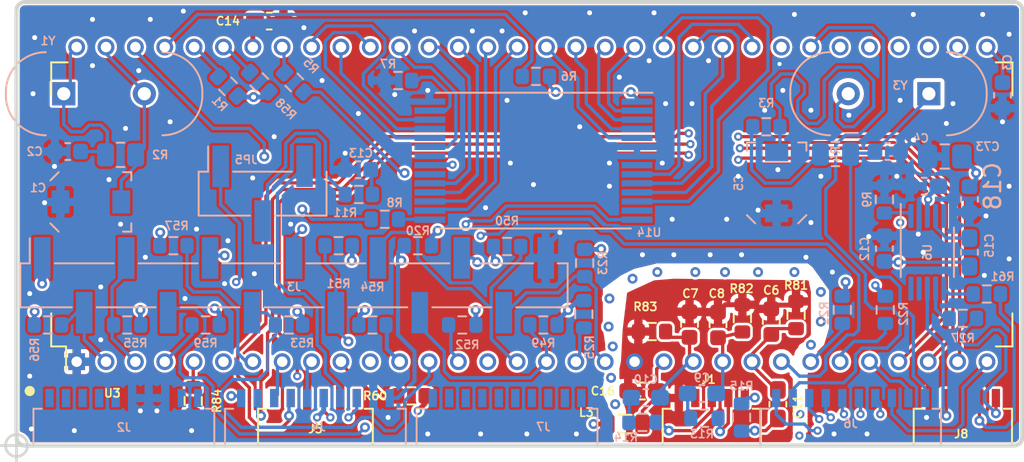
<source format=kicad_pcb>
(kicad_pcb (version 20211014) (generator pcbnew)
  (layers (0 "F.Cu" signal) (1 "In1.Cu" mixed) (2 "In2.Cu" power "Power") (31 "B.Cu" signal) (34 "B.Paste" user) (35 "F.Paste" user) (36 "B.SilkS" user "B.Silkscreen") (37 "F.SilkS" user "F.Silkscreen") (38 "B.Mask" user) (39 "F.Mask" user) (44 "Edge.Cuts" user))
  (net 0 "")
  (net 1 "GND")
  (net 2 "Net-(C3-Pad2)")
  (net 3 "/XTAL1+")
  (net 4 "/PAL_CLK_IN-")
  (net 5 "/BLUE1")
  (net 6 "/GREEN1")
  (net 7 "/RED1")
  (net 8 "/RED2")
  (net 9 "/GREEN2")
  (net 10 "/BLUE2")
  (net 11 "/CSYNC")
  (net 12 "/V_CLK")
  (net 13 "GNDA")
  (net 14 "VCCVDP")
  (net 15 "/R-Main")
  (net 16 "/G-Main")
  (net 17 "/B-Main")
  (net 19 "/SYNCIN")
  (net 20 "+5V")
  (net 21 "/~{DHCLK}")
  (net 22 "/~{DLCLK}")
  (net 23 "/CBDR")
  (net 24 "/CB7")
  (net 25 "/CB6")
  (net 26 "/CB5")
  (net 27 "/CB4")
  (net 28 "/CB3")
  (net 29 "/CB2")
  (net 30 "/CB1")
  (net 31 "/CB0")
  (net 32 "/PALCLK_JPR")
  (net 33 "Net-(JP5-Pad2)")
  (net 34 "/PAL_CLK_OUT")
  (net 35 "Net-(R3-Pad2)")
  (net 36 "/~{VWR}")
  (net 37 "Net-(R5-Pad2)")
  (net 38 "/~{CAS0}")
  (net 39 "Net-(R6-Pad2)")
  (net 40 "/~{CAS1}")
  (net 41 "Net-(R7-Pad2)")
  (net 42 "/~{RAS}")
  (net 43 "/~{RAS_}")
  (net 44 "/~{VDP_INT}")
  (net 45 "/~{VDP_WAIT}")
  (net 46 "/~{HRESET}")
  (net 47 "/VSYNC")
  (net 48 "Net-(R27-Pad2)")
  (net 49 "/BLEO")
  (net 50 "/~{CASX}")
  (net 51 "/~{VRESET}")
  (net 52 "/~{YS}")
  (net 53 "/HSYNC")
  (net 54 "Net-(R61-Pad2)")
  (net 55 "Net-(R84-Pad1)")
  (net 56 "/CLK_VDP")
  (net 57 "/~{RESET}")
  (net 58 "/A1")
  (net 59 "/A0")
  (net 60 "/~{VDP_WR}")
  (net 61 "/~{VDP_RD}")
  (net 62 "/D7")
  (net 63 "/D6")
  (net 64 "/D5")
  (net 65 "/D4")
  (net 66 "/D3")
  (net 67 "/D2")
  (net 68 "/D1")
  (net 69 "/D0")
  (net 70 "/VD0")
  (net 71 "/VD1")
  (net 72 "/VD2")
  (net 73 "/VD3")
  (net 74 "/VD4")
  (net 75 "/VD5")
  (net 76 "/VD6")
  (net 77 "/VD7")
  (net 78 "/VA0")
  (net 79 "/VA1")
  (net 80 "/VA2")
  (net 81 "/VA3")
  (net 82 "/VA4")
  (net 83 "/VA5")
  (net 84 "/VA6")
  (net 85 "/VA7")
  (net 87 "/COMPSYNC")
  (net 93 "/D10")
  (net 94 "/D9")
  (net 95 "/D8")
  (net 96 "/D15")
  (net 97 "/D14")
  (net 98 "/D13")
  (net 99 "/D12")
  (net 100 "/D11")
  (net 101 "/TDO")
  (net 102 "/TCK")
  (net 103 "/TDI")
  (net 104 "/TMS")
  (net 105 "/VREF")
  (net 106 "/BLANK")
  (net 107 "/A2")
  (net 108 "/A3")
  (net 109 "/A4")
  (net 110 "/A5")
  (net 111 "/A6")
  (net 112 "/A7")
  (net 113 "/A8")
  (net 114 "Net-(R9-Pad2)")
  (net 115 "/XTAL-")
  (net 116 "/PAL_CLK_IN+")
  (footprint "Ultra-MSX:IC_SDIP64_600" (layer "F.Cu") (at 126.3 102.7)
    (fp_text reference "U3")
    (fp_text value "V9958" hide)
  )
  (footprint "Capacitor_SMD:C_0603_1608Metric" (layer "F.Cu") (at 140.8 109.8 90)
    (fp_text reference "C6")
    (fp_text value "330pF" hide)
  )
  (footprint "Resistor_SMD:R_0603_1608Metric" (layer "F.Cu") (at 139.05 109.6 90)
    (fp_text reference "R82")
    (fp_text value "R_CRG0603F470R" hide)
  )
  (footprint "Resistor_SMD:R_0603_1608Metric" (layer "F.Cu") (at 142.3 109.4 90)
    (fp_text reference "R81")
    (fp_text value "R_CRG0603F470R" hide)
  )
  (footprint "LRJ:GCT_BC075-06_PinHeader_1x06_P1.00mm_Horizontal_SMD" (layer "F.Cu") (at 113.2 115.175 90)
    (fp_text reference "J5")
    (fp_text value "BC075-06" hide)
  )
  (footprint "Capacitor_SMD:C_0603_1608Metric_Pad1.08x0.95mm_HandSolder" (layer "F.Cu") (at 133 114)
    (fp_text reference "C16")
    (fp_text value "C_CL10B104KB8NNNL" hide)
  )
  (footprint "LRJ:GCT_BC075-05_PinHeader_1x05_P1.00mm_Horizontal_SMD" (layer "F.Cu") (at 137.2 115.175 90)
    (fp_text reference "J1")
    (fp_text value "BC075-05" hide)
  )
  (footprint "Capacitor_SMD:C_0603_1608Metric" (layer "F.Cu") (at 137.575 110 90)
    (fp_text reference "C8")
    (fp_text value "330pF" hide)
  )
  (footprint "LRJ:GCT_BC075-05_PinHeader_1x05_P1.00mm_Horizontal_SMD" (layer "F.Cu") (at 152.4 115.175 90)
    (fp_text reference "J8")
    (fp_text value "BC075-05" hide)
  )
  (footprint "Inductor_SMD:L_0805_2012Metric" (layer "F.Cu") (at 131.9375 116)
    (fp_text reference "L3")
    (fp_text value "L_MLZ2012M4R7HT000" hide)
  )
  (footprint "Resistor_SMD:R_0603_1608Metric" (layer "F.Cu") (at 105.8 114.6 -90)
    (fp_text reference "R84")
    (fp_text value "R_CRG0603F470R" hide)
  )
  (footprint "Resistor_SMD:R_0603_1608Metric" (layer "F.Cu") (at 133.575 110.4 180)
    (fp_text reference "R83")
    (fp_text value "R_CRG0603F470R" hide)
  )
  (footprint "Capacitor_SMD:C_0603_1608Metric_Pad1.08x0.95mm_HandSolder" (layer "F.Cu") (at 110.4 91.6 180)
    (fp_text reference "C14")
    (fp_text value "C_CL10B104KB8NNNL" hide)
  )
  (footprint "LRJ:R_0603_1608Metric_roundcourt" (layer "F.Cu") (at 119.0125 114.29375)
    (fp_text reference "R60")
    (fp_text value "R_RC0603FR-0710KL" hide)
  )
  (footprint "Capacitor_SMD:C_0603_1608Metric" (layer "F.Cu") (at 135.85 109.975 90)
    (fp_text reference "C7")
    (fp_text value "330pF" hide)
  )
  (footprint "Capacitor_SMD:C_0603_1608Metric_Pad1.08x0.95mm_HandSolder" (layer "F.Cu") (at 141.2 114.8 90)
    (fp_text reference "C11")
    (fp_text value "C_CL10B104KB8NNNL" hide)
  )
  (footprint "Resistor_SMD:R_0603_1608Metric" (layer "B.Cu") (at 152.4 109.6 180)
    (fp_text reference "R27")
    (fp_text value "100" hide)
  )
  (footprint "Resistor_SMD:R_0603_1608Metric" (layer "B.Cu") (at 133 115.9 180)
    (fp_text reference "R14")
    (fp_text value "75" hide)
  )
  (footprint "LRJ:R_0603_1608Metric_roundcourt" (layer "B.Cu") (at 111.6 110)
    (fp_text reference "R53")
    (fp_text value "R_RC0603FR-0710KL" hide)
  )
  (footprint "Capacitor_SMD:C_0603_1608Metric_Pad1.08x0.95mm_HandSolder" (layer "B.Cu") (at 152.8 105.6 -90)
    (fp_text reference "C15")
    (fp_text value "C_CL10B104KB8NNNL" hide)
  )
  (footprint "LRJ:R_0603_1608Metric_roundcourt" (layer "B.Cu") (at 145.1 109.0875 90)
    (fp_text reference "R21")
    (fp_text value "R_RC0603FR-0710KL" hide)
  )
  (footprint "Resistor_SMD:R_0805_2012Metric" (layer "B.Cu") (at 144.6875 99.65)
    (fp_text reference "R4")
    (fp_text value "1M" hide)
  )
  (footprint "LRJ:R_0603_1608Metric_roundcourt" (layer "B.Cu") (at 129.5 106.25 90)
    (fp_text reference "R23")
    (fp_text value "R_RC0603FR-0710KL" hide)
  )
  (footprint "Resistor_SMD:R_0603_1608Metric" (layer "B.Cu") (at 139 115.6 -90)
    (fp_text reference "R15")
    (fp_text value "75" hide)
  )
  (footprint "Package_SO:VSSOP-10_3x3mm_P0.5mm" (layer "B.Cu") (at 150.25 105.6 -90)
    (fp_text reference "U6")
    (fp_text value "LMH1980" hide)
  )
  (footprint "Capacitor_SMD:C_0603_1608Metric" (layer "B.Cu") (at 154.8 96.1 90)
    (fp_text reference "C3")
    (fp_text value "0.1uF" hide)
  )
  (footprint "LRJ:R_0603_1608Metric_roundcourt" (layer "B.Cu") (at 107.9 95.55 135)
    (fp_text reference "R1")
    (fp_text value "R_RC0603FR-0710KL" hide)
  )
  (footprint "LRJ:R_0603_1608Metric_roundcourt" (layer "B.Cu") (at 127 110)
    (fp_text reference "R49")
    (fp_text value "R_RC0603FR-0710KL" hide)
  )
  (footprint "LRJ:GCT_BC075-10_PinHeader_1x10_P1.00mm_Horizontal_SMD" (layer "B.Cu") (at 101.6 115.175 90)
    (fp_text reference "J2")
    (fp_text value "BC075-10" hide)
  )
  (footprint "Package_SO:TSOP-I-28_11.8x8mm_P0.55mm" (layer "B.Cu") (at 126.4 100.05 180)
    (fp_text reference "U14")
    (fp_text value "V53C8125HT30" hide)
  )
  (footprint "Ultra-MSX:Crystal_HC-49U_Vert" (layer "B.Cu") (at 150.34094 96 180)
    (fp_text reference "Y3")
    (fp_text value "4.433618MHz" hide)
  )
  (footprint "Resistor_SMD:R_0805_2012Metric" (layer "B.Cu") (at 101.4 99.7)
    (fp_text reference "R2")
    (fp_text value "470k" hide)
  )
  (footprint "Resistor_SMD:R_0603_1608Metric" (layer "B.Cu") (at 111.916637 95.316637 135)
    (fp_text reference "R5")
    (fp_text value "100" hide)
  )
  (footprint "LRJ:GCT_BC075-10_PinHeader_1x10_P1.00mm_Horizontal_SMD" (layer "B.Cu") (at 124.8 115.175 90)
    (fp_text reference "J7")
    (fp_text value "BC075-10" hide)
  )
  (footprint "LRJ:GCT_BC075-10_PinHeader_1x10_P1.00mm_Horizontal_SMD" (layer "B.Cu") (at 113.2 115.175 90)
    (fp_text reference "J4")
    (fp_text value "BC075-10" hide)
  )
  (footprint "Capacitor_SMD:C_Trimmer_Sprague-Goodman_SGC3" (layer "B.Cu") (at 141.125 101.4 90)
    (fp_text reference "C5")
    (fp_text value "CTRIM_SGC3S300NM" hide)
  )
  (footprint "Resistor_SMD:R_0603_1608Metric" (layer "B.Cu") (at 153.85 108.125 180)
    (fp_text reference "R61")
    (fp_text value "100" hide)
  )
  (footprint "LRJ:R_0603_1608Metric_roundcourt" (layer "B.Cu") (at 118.2 95.2)
    (fp_text reference "R7")
    (fp_text value "R_RC0603FR-0710KL" hide)
  )
  (footprint "LRJ:R_0603_1608Metric_roundcourt" (layer "B.Cu") (at 116.65 110 180)
    (fp_text reference "R54")
    (fp_text value "R_RC0603FR-0710KL" hide)
  )
  (footprint "Resistor_SMD:R_0603_1608Metric" (layer "B.Cu") (at 126.55 94.95 180)
    (fp_text reference "R6")
    (fp_text value "100" hide)
  )
  (footprint "Capacitor_SMD:C_Trimmer_Sprague-Goodman_SGC3" (layer "B.Cu") (at 99.6 102.55)
    (fp_text reference "C1")
    (fp_text value "CTRIM_SGC3S300NM" hide)
  )
  (footprint "Capacitor_SMD:C_0603_1608Metric" (layer "B.Cu") (at 98.2 99.5)
    (fp_text reference "C2")
    (fp_text value "22pF" hide)
  )
  (footprint "LRJ:R_0603_1608Metric_roundcourt" (layer "B.Cu") (at 104.6 105.2 180)
    (fp_text reference "R57")
    (fp_text value "R_RC0603FR-0710KL" hide)
  )
  (footprint "Capacitor_SMD:C_0805_2012Metric_Pad1.18x1.45mm_HandSolder" (layer "B.Cu") (at 151.3 99.8 180)
    (fp_text reference "C73")
    (fp_text value "C_GRM21BR71A106KA73K" hide)
  )
  (footprint "LRJ:R_0603_1608Metric_roundcourt" (layer "B.Cu") (at 119.4 105.2)
    (fp_text reference "R20")
    (fp_text value "R_RC0603FR-0710KL" hide)
  )
  (footprint "Resistor_SMD:R_0603_1608Metric" (layer "B.Cu") (at 136.75 115.65 180)
    (fp_text reference "R13")
    (fp_text value "75" hide)
  )
  (footprint "LRJ:R_0603_1608Metric_roundcourt" (layer "B.Cu") (at 114.6 105.2)
    (fp_text reference "R51")
    (fp_text value "R_RC0603FR-0710KL" hide)
  )
  (footprint "LRJ:R_0603_1608Metric_roundcourt" (layer "B.Cu") (at 147.7 109.0875 90)
    (fp_text reference "R22")
    (fp_text value "R_RC0603FR-0710KL" hide)
  )
  (footprint "Capacitor_SMD:C_0603_1608Metric" (layer "B.Cu") (at 147.65 105.375 90)
    (fp_text reference "C12")
    (fp_text value "47pF" hide)
  )
  (footprint "Capacitor_SMD:C_0603_1608Metric_Pad1.08x0.95mm_HandSolder" (layer "B.Cu") (at 133.2 114.4)
    (fp_text reference "C10")
    (fp_text value "C_CL10B104KB8NNNL" hide)
  )
  (footprint "LRJ:R_0603_1608Metric_roundcourt" (layer "B.Cu") (at 97 110 180)
    (fp_text reference "R56")
    (fp_text value "R_RC0603FR-0710KL" hide)
  )
  (footprint "LRJ:GCT_BC075-10_PinHeader_1x10_P1.00mm_Horizontal_SMD" (layer "B.Cu") (at 145.6 115.175 90)
    (fp_text reference "J6")
    (fp_text value "BC075-10" hide)
  )
  (footprint "LRJ:R_0603_1608Metric_roundcourt" (layer "B.Cu") (at 124.8 105.25 180)
    (fp_text reference "R50")
    (fp_text value "R_RC0603FR-0710KL" hide)
  )
  (footprint "Capacitor_SMD:C_0603_1608Metric_Pad1.08x0.95mm_HandSolder" (layer "B.Cu") (at 150.05 101.6 180)
    (fp_text reference "C17" hide)
    (fp_text value "C_CL10B104KB8NNNL" hide)
  )
  (footprint "LRJ:R_0603_1608Metric_roundcourt" (layer "B.Cu") (at 129.45 109.35 90)
    (fp_text reference "R25")
    (fp_text value "R_RC0603FR-0710KL" hide)
  )
  (footprint "Capacitor_SMD:C_0603_1608Metric" (layer "B.Cu") (at 152.8 102.4 -90)
    (fp_text reference "C18")
    (fp_text value "C_GRM188D71A106KA73D")
  )
  (footprint "LRJ:R_0603_1608Metric_roundcourt" (layer "B.Cu") (at 122.0875 110)
    (fp_text reference "R52")
    (fp_text value "R_RC0603FR-0710KL" hide)
  )
  (footprint "LRJ:R_0603_1608Metric_roundcourt" (layer "B.Cu") (at 106.55 110)
    (fp_text reference "R59")
    (fp_text value "R_RC0603FR-0710KL" hide)
  )
  (footprint "Ultra-MSX:Crystal_HC-49U_Vert" (layer "B.Cu") (at 97.95906 96)
    (fp_text reference "Y1")
    (fp_text value "21.477270MHz" hide)
  )
  (footprint "LRJ:R_0603_1608Metric_roundcourt" (layer "B.Cu") (at 147.65 102.4 -90)
    (fp_text reference "R9")
    (fp_text value "R_RC0603FR-0710KL" hide)
  )
  (footprint "LRJ:PinHeader_1x13_P2.54mm_Vertical_SMD_Pin1Left_lrj" (layer "B.Cu") (at 111.9 107.6 -90)
    (fp_text reference "J3")
    (fp_text value "CBUS" hide)
  )
  (footprint "Capacitor_SMD:C_0603_1608Metric" (layer "B.Cu") (at 115.775 100.6 180)
    (fp_text reference "C13")
    (fp_text value "4.7pF" hide)
  )
  (footprint "Resistor_SMD:R_0603_1608Metric" (layer "B.Cu") (at 117.4 103.6 180)
    (fp_text reference "R8")
    (fp_text value "100" hide)
  )
  (footprint "LRJ:PinHeader_1x03_P2.54mm_Vertical_SMD_Pin1Left_sc" (layer "B.Cu") (at 110 102.05 -90)
    (fp_text reference "JP5")
    (fp_text value "NTSC/PAL" hide)
  )
  (footprint "Capacitor_SMD:C_0603_1608Metric_Pad1.08x0.95mm_HandSolder" (layer "B.Cu") (at 136.6 114.15)
    (fp_text reference "C9")
    (fp_text value "C_CL10B104KB8NNNL" hide)
  )
  (footprint "Capacitor_SMD:C_0603_1608Metric" (layer "B.Cu") (at 147.85 99.5 180)
    (fp_text reference "C4")
    (fp_text value "22pF" hide)
  )
  (footprint "Resistor_SMD:R_0603_1608Metric" (layer "B.Cu") (at 140.5 98 180)
    (fp_text reference "R3")
    (fp_text value "1k" hide)
  )
  (footprint "LRJ:R_0603_1608Metric_roundcourt" (layer "B.Cu") (at 109.8 95.3 -45)
    (fp_text reference "R58")
    (fp_text value "R_RC0603FR-0710KL" hide)
  )
  (footprint "LRJ:R_0603_1608Metric_roundcourt" (layer "B.Cu") (at 101.8 110)
    (fp_text reference "R55")
    (fp_text value "R_RC0603FR-0710KL" hide)
  )
  (footprint "Resistor_SMD:R_0603_1608Metric" (layer "B.Cu") (at 115.825 102.1 180)
    (fp_text reference "R11")
    (fp_text value "2.2k" hide)
  )
  (gr_circle (center 95.9 114) (end 96.15 114) (layer "F.SilkS") (width 0.12) (fill solid))
  (gr_line (start 155.5 90.45) (end 95.6 90.45) (layer "Edge.Cuts") (width 0.25))
  (gr_arc (start 95.1 90.95) (mid 95.246447 90.596447) (end 95.6 90.45) (layer "Edge.Cuts") (width 0.25))
  (gr_line (start 95.1 90.95) (end 95.1 116.8) (layer "Edge.Cuts") (width 0.25))
  (gr_arc (start 156 116.8) (mid 155.853553 117.153553) (end 155.5 117.3) (layer "Edge.Cuts") (width 0.25))
  (gr_line (start 95.6 117.3) (end 155.5 117.3) (layer "Edge.Cuts") (width 0.25))
  (gr_arc (start 95.6 117.3) (mid 95.246447 117.153553) (end 95.1 116.8) (layer "Edge.Cuts") (width 0.25))
  (gr_arc (start 155.5 90.45) (mid 155.853553 90.596447) (end 156 90.95) (layer "Edge.Cuts") (width 0.25))
  (gr_line (start 156 116.8) (end 156 90.95) (layer "Edge.Cuts") (width 0.25))
  (target plus (at 95.1 117.3) (size 2) (width 0.16) (layer "Edge.Cuts"))
  (via (at 143.8 108) (size 0.6) (drill 0.3) (layers "F.Cu" "B.Cu") (net 0))
  (via (at 143.8 109.8) (size 0.6) (drill 0.3) (layers "F.Cu" "B.Cu") (net 0))
  (via (at 140 106.8) (size 0.6) (drill 0.3) (layers "F.Cu" "B.Cu") (net 0))
  (via (at 142.557086 115.403459) (size 0.5) (drill 0.25) (layers "F.Cu" "B.Cu") (net 0))
  (via (at 131.2 111.3) (size 0.6) (drill 0.3) (layers "F.Cu" "B.Cu") (net 0))
  (via (at 132.4 107.2) (size 0.6) (drill 0.3) (layers "F.Cu" "B.Cu") (net 0))
  (via (at 131 108.4) (size 0.6) (drill 0.3) (layers "F.Cu" "B.Cu") (net 0))
  (via (at 142.2 106.8) (size 0.6) (drill 0.3) (layers "F.Cu" "B.Cu") (net 0))
  (via (at 131.35 114.8) (size 0.6) (drill 0.3) (layers "F.Cu" "B.Cu") (net 0))
  (via (at 143.2 111.2) (size 0.6) (drill 0.3) (layers "F.Cu" "B.Cu") (net 0))
  (via (at 138 106.8) (size 0.6) (drill 0.3) (layers "F.Cu" "B.Cu") (net 0))
  (via (at 136.2 106.8) (size 0.6) (drill 0.3) (layers "F.Cu" "B.Cu") (net 0))
  (via (at 133.9 106.8) (size 0.6) (drill 0.3) (layers "F.Cu" "B.Cu") (net 0))
  (via (at 142.5 116.7) (size 0.5) (drill 0.25) (layers "F.Cu" "B.Cu") (net 0))
  (via (at 131.1 113.2) (size 0.6) (drill 0.3) (layers "F.Cu" "B.Cu") (net 0))
  (via (at 130.95 110.1) (size 0.6) (drill 0.3) (layers "F.Cu" "B.Cu") (net 0))
  (via (at 102.9 105.9) (size 0.6) (drill 0.3) (layers "F.Cu" "B.Cu") (net 1))
  (via (at 105.7 116.4) (size 0.6) (drill 0.3) (layers "F.Cu" "B.Cu") (net 1))
  (via (at 133.7 91.1) (size 0.6) (drill 0.3) (layers "F.Cu" "B.Cu") (net 1))
  (via (at 118 96.05) (size 0.6) (drill 0.3) (layers "F.Cu" "B.Cu") (net 1))
  (via (at 155.2 106) (size 0.6) (drill 0.3) (layers "F.Cu" "B.Cu") (net 1))
  (via (at 133 105.75) (size 0.6) (drill 0.3) (layers "F.Cu" "B.Cu") (net 1))
  (via (at 131 101.6) (size 0.6) (drill 0.3) (layers "F.Cu" "B.Cu") (net 1))
  (via (at 100.7 101.2) (size 0.6) (drill 0.3) (layers "F.Cu" "B.Cu") (net 1))
  (via (at 110.7 98.6) (size 0.6) (drill 0.3) (layers "F.Cu" "B.Cu") (net 1))
  (via (at 143.2 97) (size 0.6) (drill 0.3) (layers "F.Cu" "B.Cu") (net 1))
  (via (at 129 116.6) (size 0.6) (drill 0.3) (layers "F.Cu" "B.Cu") (net 1))
  (via (at 101.4 103.9) (size 0.6) (drill 0.3) (layers "F.Cu" "B.Cu") (net 1))
  (via (at 96.1 96) (size 0.6) (drill 0.3) (layers "F.Cu" "B.Cu") (net 1))
  (via (at 153.8 103.4) (size 0.6) (drill 0.3) (layers "F.Cu" "B.Cu") (net 1))
  (via (at 137 94) (size 0.6) (drill 0.3) (layers "F.Cu" "B.Cu") (net 1))
  (via (at 146.7 104.65) (size 0.6) (drill 0.3) (layers "F.Cu" "B.Cu") (net 1))
  (via (at 98.6 116.4) (size 0.6) (drill 0.3) (layers "F.Cu" "B.Cu") (net 1))
  (via (at 125 100.2) (size 0.6) (drill 0.3) (layers "F.Cu" "B.Cu") (net 1))
  (via (at 117.6 115.6) (size 0.6) (drill 0.3) (layers "F.Cu" "B.Cu") (net 1))
  (via (at 151.8 96.6) (size 0.6) (drill 0.3) (layers "F.Cu" "B.Cu") (net 1))
  (via (at 103.2 91.5) (size 0.6) (drill 0.3) (layers "F.Cu" "B.Cu") (net 1))
  (via (at 145.5 97.3) (size 0.6) (drill 0.3) (layers "F.Cu" "B.Cu") (net 1))
  (via (at 155.2 101.6) (size 0.6) (drill 0.3) (layers "F.Cu" "B.Cu") (net 1))
  (via (at 138.8 101) (size 0.6) (drill 0.3) (layers "F.Cu" "B.Cu") (net 1))
  (via (at 100.2 107.7) (size 0.6) (drill 0.3) (layers "F.Cu" "B.Cu") (net 1))
  (via (at 140 103.05) (size 0.6) (drill 0.3) (layers "F.Cu" "B.Cu") (net 1))
  (via (at 109.5 106.9) (size 0.6) (drill 0.3) (layers "F.Cu" "B.Cu") (net 1))
  (via (at 122.7 92.2) (size 0.6) (drill 0.3) (layers "F.Cu" "B.Cu") (net 1))
  (via (at 139 105.75) (size 0.6) (drill 0.3) (layers "F.Cu" "B.Cu") (net 1))
  (via (at 96 116.3) (size 0.6) (drill 0.3) (layers "F.Cu" "B.Cu") (net 1))
  (via (at 129.8 91.1) (size 0.6) (drill 0.3) (layers "F.Cu" "B.Cu") (net 1))
  (via (at 107.7 107.5) (size 0.6) (drill 0.3) (layers "F.Cu" "B.Cu") (net 1))
  (via (at 146.6 116.6) (size 0.6) (drill 0.3) (layers "F.Cu" "B.Cu") (net 1))
  (via (at 111.7 103.9) (size 0.6) (drill 0.3) (layers "F.Cu" "B.Cu") (net 1))
  (via (at 136 96.6) (size 0.6) (drill 0.3) (layers "F.Cu" "B.Cu") (net 1))
  (via (at 142.9 105.9) (size 0.6) (drill 0.3) (layers "F.Cu" "B.Cu") (net 1))
  (via (at 149.4 91.2) (size 0.6) (drill 0.3) (layers "F.Cu" "B.Cu") (net 1))
  (via (at 103.6 115.2) (size 0.6) (drill 0.3) (layers "F.Cu" "B.Cu") (net 1))
  (via (at 148.4 101) (size 0.6) (drill 0.3) (layers "F.Cu" "B.Cu") (net 1))
  (via (at 144.6 116.6) (size 0.6) (drill 0.3) (layers "F.Cu" "B.Cu") (net 1))
  (via (at 149.4 98.8) (size 0.6) (drill 0.3) (layers "F.Cu" "B.Cu") (net 1))
  (via (at 96.2 92.6) (size 0.6) (drill 0.3) (layers "F.Cu" "B.Cu") (net 1))
  (via (at 149.7 104.5) (size 0.6) (drill 0.3) (layers "F.Cu" "B.Cu") (net 1))
  (via (at 112.5 92) (size 0.6) (drill 0.3) (layers "F.Cu" "B.Cu") (net 1))
  (via (at 100.2 110.9) (size 0.6) (drill 0.3) (layers "F.Cu" "B.Cu") (net 1))
  (via (at 134.4 96.6) (size 0.6) (drill 0.3) (layers "F.Cu" "B.Cu") (net 1))
  (via (at 107.9 104.9) (size 0.6) (drill 0.3) (layers "F.Cu" "B.Cu") (net 1))
  (via (at 138.1 103.6) (size 0.6) (drill 0.3) (layers "F.Cu" "B.Cu") (net 1))
  (via (at 154.8 97.7) (size 0.6) (drill 0.3) (layers "F.Cu" "B.Cu") (net 1))
  (via (at 150.2 115.6) (size 0.6) (drill 0.3) (layers "F.Cu" "B.Cu") (net 1))
  (via (at 97.4 100.4) (size 0.6) (drill 0.3) (layers "F.Cu" "B.Cu") (net 1))
  (via (at 115.8 97.2) (size 0.6) (drill 0.3) (layers "F.Cu" "B.Cu") (net 1))
  (via (at 143.8 101) (size 0.6) (drill 0.3) (layers "F.Cu" "B.Cu") (net 1))
  (via (at 119.2 92.2) (size 0.6) (drill 0.3) (layers "F.Cu" "B.Cu") (net 1))
  (via (at 115 99.6) (size 0.6) (drill 0.3) (layers "F.Cu" "B.Cu") (net 1))
  (via (at 125.9 91.1) (size 0.6) (drill 0.3) (layers "F.Cu" "B.Cu") (net 1))
  (via (at 153.7 107) (size 0.6) (drill 0.3) (layers "F.Cu" "B.Cu") (net 1))
  (via (at 105.2 91) (size 0.6) (drill 0.3) (layers "F.Cu" "B.Cu") (net 1))
  (via (at 126 116.6) (size 0.6) (drill 0.3) (layers "F.Cu" "B.Cu") (net 1))
  (via (at 113.6 95.2) (size 0.6) (drill 0.3) (layers "F.Cu" "B.Cu") (net 1))
  (via (at 131.6 95) (size 0.6) (drill 0.3) (layers "F.Cu" "B.Cu") (net 1))
  (via (at 106 104.2) (size 0.6) (drill 0.3) (layers "F.Cu" "B.Cu") (net 1))
  (via (at 141.5 95.8) (size 0.6) (drill 0.3) (layers "F.Cu" "B.Cu") (net 1))
  (via (at 124.8 96.4) (size 0.6) (drill 0.3) (layers "F.Cu" "B.Cu") (net 1))
  (via (at 123.2 116.6) (size 0.6) (drill 0.3) (layers "F.Cu" "B.Cu") (net 1))
  (via (at 120 116.6) (size 0.6) (drill 0.3) (layers "F.Cu" "B.Cu") (net 1))
  (via (at 101.7 98.1) (size 0.6) (drill 0.3) (layers "F.Cu" "B.Cu") (net 1))
  (via (at 128 104.4) (size 0.6) (drill 0.3) (layers "F.Cu" "B.Cu") (net 1))
  (via (at 151.4 97.8) (size 0.6) (drill 0.3) (layers "F.Cu" "B.Cu") (net 1))
  (via (at 142.2 91.2) (size 0.6) (drill 0.3) (layers "F.Cu" "B.Cu") (net 1))
  (via (at 99.7 94.3) (size 0.6) (drill 0.3) (layers "F.Cu" "B.Cu") (net 1))
  (via (at 99.7 91.5) (size 0.6) (drill 0.3) (layers "F.Cu" "B.Cu") (net 1))
  (via (at 140.4 97) (size 0.6) (drill 0.3) (layers "F.Cu" "B.Cu") (net 1))
  (via (at 133.4 94) (size 0.6) (drill 0.3) (layers "F.Cu" "B.Cu") (net 1))
  (via (at 137.1 105.75) (size 0.6) (drill 0.3) (layers "F.Cu" "B.Cu") (net 1))
  (via (at 129.2 98) (size 0.6) (drill 0.3) (layers "F.Cu" "B.Cu") (net 1))
  (via (at 102.6 115.2) (size 0.6) (drill 0.3) (layers "F.Cu" "B.Cu") (net 1))
  (via (at 153.6 91.2) (size 0.6) (drill 0.3) (layers "F.Cu" "B.Cu") (net 1))
  (via (at 123.5 102.9) (size 0.6) (drill 0.3) (layers "F.Cu" "B.Cu") (net 1))
  (via (at 150 105.6) (size 0.6) (drill 0.3) (layers "F.Cu" "B.Cu") (net 1))
  (via (at 120 95.8) (size 0.6) (drill 0.3) (layers "F.Cu" "B.Cu") (net 1))
  (via (at 95.9 113.1) (size 0.6) (drill 0.3) (layers "F.Cu" "B.Cu") (net 1))
  (via (at 134.9 105.75) (size 0.6) (drill 0.3) (layers "F.Cu" "B.Cu") (net 1))
  (via (at 143.2 103.8) (size 0.6) (drill 0.3) (layers "F.Cu" "B.Cu") (net 1))
  (via (at 126.4 101.5) (size 0.6) (drill 0.3) (layers "F.Cu" "B.Cu") (net 1))
  (via (at 148.6 96.4) (size 0.6) (drill 0.3) (layers "F.Cu" "B.Cu") (net 1))
  (via (at 155.2 92.4) (size 0.6) (drill 0.3) (layers "F.Cu" "B.Cu") (net 1))
  (via (at 104.4 97.7) (size 0.6) (drill 0.3) (layers "F.Cu" "B.Cu") (net 1))
  (via (at 109.4 101.1) (size 0.6) (drill 0.3) (layers "F.Cu" "B.Cu") (net 1))
  (via (at 134.8 103.6) (size 0.6) (drill 0.3) (layers "F.Cu" "B.Cu") (net 1))
  (via (at 124.5 92.2) (size 0.6) (drill 0.3) (layers "F.Cu" "B.Cu") (net 1))
  (via (at 96.8 102.6) (size 0.6) (drill 0.3) (layers "F.Cu" "B.Cu") (net 1))
  (via (at 131 100.2) (size 0.6) (drill 0.3) (layers "F.Cu" "B.Cu") (net 1))
  (via (at 141.2 100.6) (size 0.6) (drill 0.3) (layers "F.Cu" "B.Cu") (net 1))
  (via (at 134.2 100.2) (size 0.6) (drill 0.3) (layers "F.Cu" "B.Cu") (net 1))
  (via (at 105.3 108.4) (size 0.6) (drill 0.3) (layers "F.Cu" "B.Cu") (net 1))
  (via (at 144.5 106.8) (size 0.6) (drill 0.3) (layers "F.Cu" "B.Cu") (net 1))
  (via (at 95.9 108.1) (size 0.6) (drill 0.3) (layers "F.Cu" "B.Cu") (net 1))
  (via (at 141.3 94.2) (size 0.5) (drill 0.25) (layers "F.Cu" "B.Cu") (net 1))
  (via (at 102.5 94.6) (size 0.6) (drill 0.3) (layers "F.Cu" "B.Cu") (net 1))
  (segment (start 102.1 114.7) (end 102.1 114.425) (width 0.3) (layer "B.Cu") (net 1))
  (segment (start 149.1875 101.6) (end 149 101.6) (width 0.4) (layer "B.Cu") (net 1))
  (segment (start 104.1 114.7) (end 104.1 114.425) (width 0.3) (layer "B.Cu") (net 1))
  (segment (start 115 100.55) (end 115.05 100.6) (width 0.3) (layer "B.Cu") (net 1))
  (segment (start 149.75 104.45) (end 149.75 103.4) (width 0.3) (layer "B.Cu") (net 1))
  (segment (start 102.6 115.2) (end 102.1 114.7) (width 0.3) (layer "B.Cu") (net 1))
  (segment (start 131 100.2) (end 131.4 99.8) (width 0.3) (layer "B.Cu") (net 1))
  (segment (start 150.2625 99.6625) (end 150.2625 99.8) (width 0.3) (layer "B.Cu") (net 1))
  (segment (start 117.3 115.6) (end 116.7 115) (width 0.4) (layer "B.Cu") (net 1))
  (segment (start 103.1 114.7) (end 103.1 114.425) (width 0.3) (layer "B.Cu") (net 1))
  (segment (start 103.6 115.2) (end 104.1 114.7) (width 0.3) (layer "B.Cu") (net 1))
  (segment (start 147.65 101.575) (end 147.825 101.575) (width 0.3) (layer "B.Cu") (net 1))
  (segment (start 147.825 101.575) (end 148.4 101) (width 0.3) (layer "B.Cu") (net 1))
  (segment (start 153.8 103.4) (end 153.575 103.175) (width 0.4) (layer "B.Cu") (net 1))
  (segment (start 117.4 115.6) (end 117.3 115.6) (width 0.4) (layer "B.Cu") (net 1))
  (segment (start 117.375 95.425) (end 117.375 95.25) (width 0.3) (layer "B.Cu") (net 1))
  (segment (start 102.6 115.2) (end 103.1 114.7) (width 0.3) (layer "B.Cu") (net 1))
  (segment (start 146.7 104.65) (end 146.75 104.6) (width 0.4) (layer "B.Cu") (net 1))
  (segment (start 120 95.8) (end 120 96.345) (width 0.3) (layer "B.Cu") (net 1))
  (segment (start 148.7 99.5) (end 148.625 99.5) (width 0.3) (layer "B.Cu") (net 1))
  (segment (start 149 101.6) (end 148.4 101) (width 0.4) (layer "B.Cu") (net 1))
  (segment (start 153.575 103.175) (end 152.8 103.175) (width 0.4) (layer "B.Cu") (net 1))
  (segment (start 148.675 99.5) (end 148.4 99.225) (width 0.2) (layer "B.Cu") (net 1))
  (segment (start 127.14 105.26) (end 127.14 105.945) (width 0.3) (layer "B.Cu") (net 1))
  (segment (start 97.425 99.5) (end 97.425 100.375) (width 0.3) (layer "B.Cu") (net 1))
  (segment (start 116.7 115) (end 116.7 114.425) (width 0.4) (layer "B.Cu") (net 1))
  (segment (start 149.4 98.8) (end 150.2625 99.6625) (width 0.3) (layer "B.Cu") (net 1))
  (segment (start 97.7625 102.55) (end 96.85 102.55) (width 0.3) (layer "B.Cu") (net 1))
  (segment (start 128 104.4) (end 127.14 105.26) (width 0.3) (layer "B.Cu") (net 1))
  (segment (start 120 96.345) (end 120.13 96.475) (width 0.3) (layer "B.Cu") (net 1))
  (segment (start 131.4 99.8) (end 133.8 99.8) (width 0.3) (layer "B.Cu") (net 1))
  (segment (start 133.8 99.8) (end 134.2 100.2) (width 0.3) (layer "B.Cu") (net 1))
  (segment (start 96.85 102.55) (end 96.8 102.6) (width 0.3) (layer "B.Cu") (net 1))
  (segment (start 103.6 115.2) (end 103.1 114.7) (width 0.3) (layer "B.Cu") (net 1))
  (segment (start 149.4 98.8) (end 148.7 99.5) (width 0.3) (layer "B.Cu") (net 1))
  (segment (start 149.7 104.5) (end 149.75 104.45) (width 0.25) (layer "B.Cu") (net 1))
  (segment (start 154.8 96.875) (end 154.8 97.7) (width 0.3) (layer "B.Cu") (net 1))
  (segment (start 147.45 104.6) (end 147.65 104.8) (width 0.4) (layer "B.Cu") (net 1))
  (segment (start 140 103.2) (end 141.3625 103.2) (width 0.3) (layer "B.Cu") (net 1))
  (segment (start 115 99.6) (end 115 100.55) (width 0.3) (layer "B.Cu") (net 1))
  (segment (start 146.75 104.6) (end 147.45 104.6) (width 0.4) (layer "B.Cu") (net 1))
  (segment (start 118 96.05) (end 117.375 95.425) (width 0.3) (layer "B.Cu") (net 1))
  (segment (start 154.8 95.325) (end 154.8 94.116) (width 0.2) (layer "B.Cu") (net 2))
  (segment (start 154.8 94.116) (end 153.859 93.175) (width 0.2) (layer "B.Cu") (net 2))
  (segment (start 101.4375 101.2625) (end 102.3125 100.3875) (width 0.2) (layer "B.Cu") (net 3))
  (segment (start 102.84094 95.89694) (end 102.84094 99.27156) (width 0.2) (layer "B.Cu") (net 3))
  (segment (start 101.4375 102.55) (end 101.4375 101.2625) (width 0.2) (layer "B.Cu") (net 3))
  (segment (start 102.84094 99.27156) (end 102.3125 99.8) (width 0.2) (layer "B.Cu") (net 3))
  (segment (start 100.119 93.175) (end 102.84094 95.89694) (width 0.2) (layer "B.Cu") (net 3))
  (segment (start 100.519 93.175) (end 100.519 93.519) (width 0.2) (layer "B.Cu") (net 3))
  (segment (start 102.3125 100.3875) (end 102.3125 99.7) (width 0.2) (layer "B.Cu") (net 3))
  (segment (start 142.4 97.2) (end 143 97.8) (width 0.2) (layer "B.Cu") (net 4))
  (segment (start 141.4 94.8) (end 142.2 94.8) (width 0.2) (layer "B.Cu") (net 4))
  (segment (start 142.8 96) (end 142.4 96.4) (width 0.2) (layer "B.Cu") (net 4))
  (segment (start 147 96.8) (end 145.8 98) (width 0.2) (layer "B.Cu") (net 4))
  (segment (start 140.8 96.4) (end 140.8 95.4) (width 0.2) (layer "B.Cu") (net 4))
  (segment (start 140.8 95.4) (end 141.4 94.8) (width 0.2) (layer "B.Cu") (net 4))
  (segment (start 141.325 98) (end 141.325 96.925) (width 0.2) (layer "B.Cu") (net 4))
  (segment (start 145.2 98) (end 144.8 97.6) (width 0.2) (layer "B.Cu") (net 4))
  (segment (start 141.125 99.5625) (end 141.325 99.3625) (width 0.2) (layer "B.Cu") (net 4))
  (segment (start 143.6 97.8) (end 144 97.4) (width 0.2) (layer "B.Cu") (net 4))
  (segment (start 144 97.4) (end 144 95.2) (width 0.2) (layer "B.Cu") (net 4))
  (segment (start 142.8 95.4) (end 142.8 96) (width 0.2) (layer "B.Cu") (net 4))
  (segment (start 142.4 96.4) (end 142.4 97.2) (width 0.2) (layer "B.Cu") (net 4))
  (segment (start 144.8 96.65906) (end 145.45906 96) (width 0.2) (layer "B.Cu") (net 4))
  (segment (start 141.325 99.3625) (end 141.325 98) (width 0.2) (layer "B.Cu") (net 4))
  (segment (start 141.325 96.925) (end 140.8 96.4) (width 0.2) (layer "B.Cu") (net 4))
  (segment (start 144.8 94.4) (end 146.2 94.4) (width 0.2) (layer "B.Cu") (net 4))
  (segment (start 144 95.2) (end 144.8 94.4) (width 0.2) (layer "B.Cu") (net 4))
  (segment (start 144.8 97.6) (end 144.8 96.65906) (width 0.2) (layer "B.Cu") (net 4))
  (segment (start 145.8 98) (end 145.2 98) (width 0.2) (layer "B.Cu") (net 4))
  (segment (start 146.2 94.4) (end 147 95.2) (width 0.2) (layer "B.Cu") (net 4))
  (segment (start 143 97.8) (end 143.6 97.8) (width 0.2) (layer "B.Cu") (net 4))
  (segment (start 142.2 94.8) (end 142.8 95.4) (width 0.2) (layer "B.Cu") (net 4))
  (segment (start 147 95.2) (end 147 96.8) (width 0.2) (layer "B.Cu") (net 4))
  (segment (start 139.635 112.225) (end 139.635 111.765) (width 0.2) (layer "F.Cu") (net 5))
  (segment (start 141.15 110.225) (end 142.3 110.225) (width 0.2) (layer "F.Cu") (net 5))
  (segment (start 139.635 112.435) (end 139.635 112.225) (width 0.2) (layer "F.Cu") (net 5))
  (segment (start 139.635 111.765) (end 140.8 110.6) (width 0.2) (layer "F.Cu") (net 5))
  (segment (start 140.8 110.6) (end 140.8 110.575) (width 0.2) (layer "F.Cu") (net 5))
  (segment (start 140.8 110.575) (end 141.15 110.225) (width 0.2) (layer "F.Cu") (net 5))
  (segment (start 141.2 113.9375) (end 141.1375 113.9375) (width 0.2) (layer "F.Cu") (net 5))
  (segment (start 141.1375 113.9375) (end 139.635 112.435) (width 0.2) (layer "F.Cu") (net 5))
  (segment (start 135.85 111.996) (end 135.85 110.883) (width 0.2) (layer "F.Cu") (net 6))
  (segment (start 134.75 110.75) (end 135.75 110.75) (width 0.2) (layer "F.Cu") (net 6))
  (segment (start 136.079 112.225) (end 135.85 111.996) (width 0.2) (layer "F.Cu") (net 6))
  (segment (start 135.75 110.75) (end 135.8 110.8) (width 0.2) (layer "F.Cu") (net 6))
  (segment (start 134.4 110.4) (end 134.75 110.75) (width 0.2) (layer "F.Cu") (net 6))
  (segment (start 135.826 112.225) (end 136.079 112.225) (width 0.2) (layer "B.Cu") (net 6))
  (segment (start 134.0625 113.9885) (end 135.826 112.225) (width 0.2) (layer "B.Cu") (net 6))
  (segment (start 134.0625 114.4) (end 134.0625 113.9885) (width 0.2) (layer "B.Cu") (net 6))
  (segment (start 139.05 110.425) (end 138.375 110.6) (width 0.2) (layer "F.Cu") (net 7))
  (segment (start 137.857 112.225) (end 137.857 111.032) (width 0.2) (layer "F.Cu") (net 7))
  (segment (start 137.857 111.032) (end 137.6 110.775) (width 0.2) (layer "F.Cu") (net 7))
  (segment (start 138.375 110.6) (end 137.6 110.775) (width 0.2) (layer "F.Cu") (net 7))
  (segment (start 137.857 114.0055) (end 137.857 112.225) (width 0.2) (layer "B.Cu") (net 7))
  (segment (start 137.4625 114.4) (end 137.857 114.0055) (width 0.2) (layer "B.Cu") (net 7))
  (segment (start 135.7375 114.15) (end 135.7375 115.5125) (width 0.2) (layer "B.Cu") (net 8))
  (segment (start 135.7375 115.7625) (end 135.975 116) (width 0.2) (layer "B.Cu") (net 8))
  (segment (start 132.2 115.875) (end 132.2 114.5375) (width 0.2) (layer "B.Cu") (net 9))
  (segment (start 132.2 114.5375) (end 132.3375 114.4) (width 0.2) (layer "B.Cu") (net 9))
  (segment (start 132.175 115.9) (end 132.2 115.875) (width 0.2) (layer "B.Cu") (net 9))
  (segment (start 139.8 116.4) (end 140.4625 116.4) (width 0.2) (layer "F.Cu") (net 10))
  (segment (start 140.4625 116.4) (end 141.2 115.6625) (width 0.2) (layer "F.Cu") (net 10))
  (via (at 139.8 116.4) (size 0.6) (drill 0.3) (layers "F.Cu" "B.Cu") (net 10))
  (segment (start 139.025 116.4) (end 139 116.425) (width 0.2) (layer "B.Cu") (net 10))
  (segment (start 139.8 116.4) (end 139.025 116.4) (width 0.2) (layer "B.Cu") (net 10))
  (segment (start 151.4 115.5) (end 151.4 114.425) (width 0.2) (layer "F.Cu") (net 11))
  (via (at 151.4 115.5) (size 0.6) (drill 0.3) (layers "F.Cu" "B.Cu") (net 11))
  (segment (start 150.25 110.25) (end 150.25 107.8) (width 0.2) (layer "B.Cu") (net 11))
  (segment (start 151.2 115.3) (end 151.2 111.2) (width 0.2) (layer "B.Cu") (net 11))
  (segment (start 151.2 111.2) (end 150.25 110.25) (width 0.2) (layer "B.Cu") (net 11))
  (segment (start 151.4 115.5) (end 151.2 115.3) (width 0.2) (layer "B.Cu") (net 11))
  (segment (start 116.6 100.6) (end 116.6 102.05) (width 0.2) (layer "B.Cu") (net 12))
  (segment (start 116.6 102.05) (end 116.65 102.1) (width 0.2) (layer "B.Cu") (net 12))
  (segment (start 137.6 109.225) (end 137.6 109) (width 0.3) (layer "F.Cu") (net 13))
  (segment (start 142.075 108.8) (end 142.3 108.575) (width 0.3) (layer "F.Cu") (net 13))
  (segment (start 140.8 109.025) (end 140.8 109) (width 0.3) (layer "F.Cu") (net 13))
  (segment (start 141.025 108.8) (end 142.075 108.8) (width 0.3) (layer "F.Cu") (net 13))
  (segment (start 137.575 109.225) (end 138.025 108.775) (width 0.3) (layer "F.Cu") (net 13))
  (segment (start 142.3 108.775) (end 142.175 108.775) (width 0.3) (layer "F.Cu") (net 13))
  (segment (start 138.025 108.775) (end 139.05 108.775) (width 0.3) (layer "F.Cu") (net 13))
  (segment (start 140.8 109.025) (end 141.025 108.8) (width 0.3) (layer "F.Cu") (net 13))
  (segment (start 133.8625 114) (end 133.8625 112.6635) (width 0.2) (layer "F.Cu") (net 14))
  (segment (start 133 116) (end 133 115.2) (width 0.2) (layer "F.Cu") (net 14))
  (segment (start 133.8625 112.6635) (end 134.301 112.225) (width 0.2) (layer "F.Cu") (net 14))
  (segment (start 133.8625 114.3375) (end 133.8625 114) (width 0.2) (layer "F.Cu") (net 14))
  (segment (start 133 115.2) (end 133.8625 114.3375) (width 0.2) (layer "F.Cu") (net 14))
  (segment (start 138.2 115.95) (end 138.2 115.8) (width 0.2) (layer "F.Cu") (net 15))
  (segment (start 137.7 116.45) (end 138.2 115.95) (width 0.2) (layer "F.Cu") (net 15))
  (segment (start 138.2 115.9) (end 138.2 114.425) (width 0.2) (layer "F.Cu") (net 15))
  (via (at 137.7 116.45) (size 0.6) (drill 0.3) (layers "F.Cu" "B.Cu") (net 15))
  (segment (start 137.7 116.45) (end 137.7 115.775) (width 0.2) (layer "B.Cu") (net 15))
  (segment (start 137.7 116.125) (end 137.575 116) (width 0.2) (layer "B.Cu") (net 15))
  (segment (start 134.6 116.4) (end 136 116.4) (width 0.2) (layer "F.Cu") (net 16))
  (segment (start 136 116.4) (end 137.2 115.2) (width 0.2) (layer "F.Cu") (net 16))
  (segment (start 137.2 115.2) (end 137.2 114.425) (width 0.2) (layer "F.Cu") (net 16))
  (via (at 134.6 116.4) (size 0.6) (drill 0.3) (layers "F.Cu" "B.Cu") (net 16))
  (segment (start 134.1 115.9) (end 133.825 115.9) (width 0.2) (layer "B.Cu") (net 16))
  (segment (start 134.6 116.4) (end 134.1 115.9) (width 0.2) (layer "B.Cu") (net 16))
  (segment (start 139.775 114.425) (end 139.8 114.4) (width 0.2) (layer "F.Cu") (net 17))
  (segment (start 139.2 114.425) (end 139.775 114.425) (width 0.2) (layer "F.Cu") (net 17))
  (via (at 139.8 114.4) (size 0.6) (drill 0.3) (layers "F.Cu" "B.Cu") (net 17))
  (segment (start 139.8 114.4) (end 139.375 114.4) (width 0.2) (layer "B.Cu") (net 17))
  (segment (start 139.375 114.4) (end 139 114.775) (width 0.2) (layer "B.Cu") (net 17))
  (segment (start 152.85 104.7375) (end 151.397903 104.7375) (width 0.2) (layer "B.Cu") (net 19))
  (segment (start 151.397903 104.7375) (end 150.75 104.089597) (width 0.2) (layer "B.Cu") (net 19))
  (segment (start 130.0375 116) (end 130.875 116) (width 0.3) (layer "F.Cu") (net 20))
  (segment (start 119.8375 114.7625) (end 119.8375 114.29375) (width 0.3) (layer "F.Cu") (net 20))
  (segment (start 109.409 91.7285) (end 109.409 93.175) (width 0.3) (layer "F.Cu") (net 20))
  (segment (start 109.5375 91.6) (end 109.409 91.7285) (width 0.3) (layer "F.Cu") (net 20))
  (segment (start 119.4 115.2) (end 119.8375 114.7625) (width 0.3) (layer "F.Cu") (net 20))
  (via (at 96.2 109.2) (size 0.6) (drill 0.3) (layers "F.Cu" "B.Cu") (net 20))
  (via (at 119.4 115.2) (size 0.5) (drill 0.25) (layers "F.Cu" "B.Cu") (net 20))
  (via (at 153.2 100.8) (size 0.6) (drill 0.3) (layers "F.Cu" "B.Cu") (net 20))
  (via (at 130.5 105.4) (size 0.6) (drill 0.3) (layers "F.Cu" "B.Cu") (net 20))
  (via (at 109.45 96.2) (size 0.6) (drill 0.3) (layers "F.Cu" "B.Cu") (net 20))
  (via (at 145.3 107.4) (size 0.6) (drill 0.3) (layers "F.Cu" "B.Cu") (net 20))
  (via (at 150.3 102.4) (size 0.5) (drill 0.25) (layers "F.Cu" "B.Cu") (net 20))
  (via (at 116.2 109.1) (size 0.6) (drill 0.3) (layers "F.Cu" "B.Cu") (net 20))
  (via (at 147.1 107.6) (size 0.5) (drill 0.25) (layers "F.Cu" "B.Cu") (net 20))
  (via (at 121.5 100.3) (size 0.5) (drill 0.25) (layers "F.Cu" "B.Cu") (net 20))
  (via (at 122.9 109.1) (size 0.6) (drill 0.3) (layers "F.Cu" "B.Cu") (net 20))
  (via (at 103.8 104.4) (size 0.6) (drill 0.3) (layers "F.Cu" "B.Cu") (net 20))
  (via (at 107.1 109) (size 0.6) (drill 0.3) (layers "F.Cu" "B.Cu") (net 20))
  (via (at 120.6 104.3) (size 0.6) (drill 0.3) (layers "F.Cu" "B.Cu") (net 20))
  (via (at 102.6 109.1) (size 0.6) (drill 0.3) (layers "F.Cu" "B.Cu") (net 20))
  (via (at 148.6 103.8) (size 0.5) (drill 0.25) (layers "F.Cu" "B.Cu") (net 20))
  (via (at 128.5 109.1) (size 0.6) (drill 0.3) (layers "F.Cu" "B.Cu") (net 20))
  (via (at 130.0375 116) (size 0.6) (drill 0.3) (layers "F.Cu" "B.Cu") (net 20))
  (via (at 96.65 107.5) (size 0.6) (drill 0.3) (layers "F.Cu" "B.Cu") (net 20))
  (via (at 113.3 115.6) (size 0.5) (drill 0.25) (layers "F.Cu" "B.Cu") (net 20))
  (via (at 124.1 106.15) (size 0.6) (drill 0.3) (layers "F.Cu" "B.Cu") (net 20))
  (via (at 112.1 109.2) (size 0.6) (drill 0.3) (layers "F.Cu" "B.Cu") (net 20))
  (via (at 115.4 106.1) (size 0.6) (drill 0.3) (layers "F.Cu" "B.Cu") (net 20))
  (segment (start 112.1 109.2) (end 112.425 109.525) (width 0.3) (layer "B.Cu") (net 20))
  (segment (start 115.875 109.425) (end 115.875 110) (width 0.3) (layer "B.Cu") (net 20))
  (segment (start 96.175 110) (end 96.175 109.225) (width 0.3) (layer "B.Cu") (net 20))
  (segment (start 127.825 109.775) (end 127.825 110) (width 0.3) (layer "B.Cu") (net 20))
  (segment (start 96.175 109.225) (end 96.2 109.2) (width 0.3) (layer "B.Cu") (net 20))
  (segment (start 96.65 105.955) (end 96.66 105.945) (width 0.3) (layer "B.Cu") (net 20))
  (segment (start 102.6 109.1) (end 102.6 109.975) (width 0.3) (layer "B.Cu") (net 20))
  (segment (start 112.425 109.525) (end 112.425 110) (width 0.3) (layer "B.Cu") (net 20))
  (segment (start 150.3 102.4) (end 150.3 102.2125) (width 0.3) (layer "B.Cu") (net 20))
  (segment (start 150.3 102.2125) (end 150.9125 101.6) (width 0.3) (layer "B.Cu") (net 20))
  (segment (start 123.975 106.075) (end 123.975 105.25) (width 0.3) (layer "B.Cu") (net 20))
  (segment (start 103.8 104.4) (end 103.8 105.275) (width 0.3) (layer "B.Cu") (net 20))
  (segment (start 108.55 96.2) (end 108.483363 96.133363) (width 0.3) (layer "B.Cu") (net 20))
  (segment (start 109.45 96.2) (end 110.066726 96.2) (width 0.3) (layer "B.Cu") (net 20))
  (segment (start 128.5 109.1) (end 129.05 108.55) (width 0.3) (layer "B.Cu") (net 20))
  (segment (start 153.2 100.8) (end 153.2 100.6625) (width 0.3) (layer "B.Cu") (net 20))
  (segment (start 130.5 105.4) (end 130.475 105.425) (width 0.3) (layer "B.Cu") (net 20))
  (segment (start 113.3 115.6) (end 113.7 115.2) (width 0.3) (layer "B.Cu") (net 20))
  (segment (start 122.9125 109.1125) (end 122.9125 110) (width 0.3) (layer "B.Cu") (net 20))
  (segment (start 145.3 107.4) (end 145.3 108.2625) (width 0.3) (layer "B.Cu") (net 20))
  (segment (start 109.45 96.2) (end 108.55 96.2) (width 0.3) (layer "B.Cu") (net 20))
  (segment (start 121.5 100.3) (end 120.155 100.3) (width 0.3) (layer "B.Cu") (net 20))
  (segment (start 153.2 100.8) (end 153.2 101.225) (width 0.3) (layer "B.Cu") (net 20))
  (segment (start 120.155 100.3) (end 120.13 100.325) (width 0.3) (layer "B.Cu") (net 20))
  (segment (start 130.475 105.425) (end 129.5 105.425) (width 0.3) (layer "B.Cu") (net 20))
  (segment (start 150.25 102.45) (end 150.3 102.4) (width 0.2) (layer "B.Cu") (net 20))
  (segment (start 96.65 107.5) (end 96.65 105.955) (width 0.5) (layer "B.Cu") (net 20))
  (segment (start 124.1 106.2) (end 123.975 106.075) (width 0.3) (layer "B.Cu") (net 20))
  (segment (start 129.05 108.55) (end 129.425 108.55) (width 0.3) (layer "B.Cu") (net 20))
  (segment (start 110.066726 96.2) (end 110.383363 95.883363) (width 0.3) (layer "B.Cu") (net 20))
  (segment (start 115.425 106.075) (end 115.4 106.1) (width 0.3) (layer "B.Cu") (net 20))
  (segment (start 102.6 109.975) (end 102.625 110) (width 0.3) (layer "B.Cu") (net 20))
  (segment (start 113.7 115.2) (end 113.7 114.425) (width 0.3) (layer "B.Cu") (net 20))
  (segment (start 107.375 109.275) (end 107.375 110) (width 0.3) (layer "B.Cu") (net 20))
  (segment (start 120.6 104.3) (end 120.225 104.675) (width 0.3) (layer "B.Cu") (net 20))
  (segment (start 128.5 109.1) (end 127.825 109.775) (width 0.3) (layer "B.Cu") (net 20))
  (segment (start 120.225 104.675) (end 120.225 105.2) (width 0.3) (layer "B.Cu") (net 20))
  (segment (start 147.1 107.6) (end 147.1 107.6625) (width 0.3) (layer "B.Cu") (net 20))
  (segment (start 115.425 105.2) (end 115.425 106.075) (width 0.3) (layer "B.Cu") (net 20))
  (segment (start 150.25 103.4) (end 150.25 102.45) (width 0.3) (layer "B.Cu") (net 20))
  (segment (start 147.1 107.6625) (end 147.7 108.2625) (width 0.3) (layer "B.Cu") (net 20))
  (segment (start 107.1 109) (end 107.375 109.275) (width 0.3) (layer "B.Cu") (net 20))
  (segment (start 122.9 109.1) (end 122.9125 109.1125) (width 0.3) (layer "B.Cu") (net 20))
  (segment (start 153.2 101.225) (end 152.8 101.625) (width 0.3) (layer "B.Cu") (net 20))
  (segment (start 116.2 109.1) (end 115.875 109.425) (width 0.3) (layer "B.Cu") (net 20))
  (segment (start 153.2 100.6625) (end 152.3375 99.8) (width 0.3) (layer "B.Cu") (net 20))
  (segment (start 97.9125 110) (end 98 110) (width 0.2) (layer "B.Cu") (net 21))
  (segment (start 99.2 110.906) (end 99.2 109.255) (width 0.2) (layer "B.Cu") (net 21))
  (segment (start 98.745 109.255) (end 99.2 109.255) (width 0.2) (layer "B.Cu") (net 21))
  (segment (start 100.519 112.225) (end 99.2 110.906) (width 0.2) (layer "B.Cu") (net 21))
  (segment (start 98 110) (end 98.745 109.255) (width 0.2) (layer "B.Cu") (net 21))
  (segment (start 100.8875 107.7125) (end 101.84 106.76) (width 0.2) (layer "B.Cu") (net 22))
  (segment (start 100.8875 110.8155) (end 100.8875 107.7125) (width 0.2) (layer "B.Cu") (net 22))
  (segment (start 102.297 112.225) (end 100.8875 110.8155) (width 0.2) (layer "B.Cu") (net 22))
  (segment (start 101.84 106.76) (end 101.84 105.945) (width 0.2) (layer "B.Cu") (net 22))
  (via (at 116.2 116.2) (size 0.6) (drill 0.3) (layers "F.Cu" "B.Cu") (net 23))
  (segment (start 105 111.9) (end 106.5 110.4) (width 0.2) (layer "B.Cu") (net 23))
  (segment (start 104.3 109.235) (end 104.28 109.255) (width 0.2) (layer "B.Cu") (net 23))
  (segment (start 106.5 109.6) (end 105.9 109) (width 0.2) (layer "B.Cu") (net 23))
  (segment (start 115.8 116.6) (end 108.6 116.6) (width 0.2) (layer "B.Cu") (net 23))
  (segment (start 107 113.7) (end 106.5 113.2) (width 0.2) (layer "B.Cu") (net 23))
  (segment (start 108.6 116.6) (end 107 115) (width 0.2) (layer "B.Cu") (net 23))
  (segment (start 106.5 113.2) (end 105.3 113.2) (width 0.2) (layer "B.Cu") (net 23))
  (segment (start 105.3 113.2) (end 105 112.9) (width 0.2) (layer "B.Cu") (net 23))
  (segment (start 105 112.9) (end 105 111.9) (width 0.2) (layer "B.Cu") (net 23))
  (segment (start 107 115) (end 107 113.7) (width 0.2) (layer "B.Cu") (net 23))
  (segment (start 105.9 109) (end 104.535 109) (width 0.2) (layer "B.Cu") (net 23))
  (segment (start 106.5 110.4) (end 106.5 109.6) (width 0.2) (layer "B.Cu") (net 23))
  (segment (start 104.535 109) (end 104.28 109.255) (width 0.2) (layer "B.Cu") (net 23))
  (segment (start 116.2 116.2) (end 115.8 116.6) (width 0.2) (layer "B.Cu") (net 23))
  (via (at 107.7 105.8) (size 0.6) (drill 0.3) (layers "F.Cu" "B.Cu") (net 24))
  (segment (start 117.525 111.451) (end 117.525 110) (width 0.25) (layer "B.Cu") (net 24))
  (segment (start 118.299 112.225) (end 117.525 111.451) (width 0.25) (layer "B.Cu") (net 24))
  (segment (start 107.7 105.8) (end 106.965 105.8) (width 0.25) (layer "B.Cu") (net 24))
  (segment (start 106.965 105.8) (end 106.82 105.945) (width 0.25) (layer "B.Cu") (net 24))
  (segment (start 118.6 114.6) (end 120.077 113.123) (width 0.2) (layer "B.Cu") (net 25))
  (segment (start 117.4 116.4) (end 118 116.4) (width 0.2) (layer "B.Cu") (net 25))
  (segment (start 115.4 116.2) (end 116 115.6) (width 0.2) (layer "B.Cu") (net 25))
  (segment (start 110.3 111.5) (end 110.3 111.1) (width 0.154) (layer "B.Cu") (net 25))
  (segment (start 110.23 109.255) (end 109.36 109.255) (width 0.2) (layer "B.Cu") (net 25))
  (segment (start 109.75 113.3) (end 108.2 113.3) (width 0.2) (layer "B.Cu") (net 25))
  (segment (start 118 116.4) (end 118.6 115.8) (width 0.2) (layer "B.Cu") (net 25))
  (segment (start 110.3 111.1) (end 110.8 110.6) (width 0.154) (layer "B.Cu") (net 25))
  (segment (start 108.2 113.3) (end 107.5 114) (width 0.2) (layer "B.Cu") (net 25))
  (segment (start 110.8 110) (end 110.8 109.825) (width 0.2) (layer "B.Cu") (net 25))
  (segment (start 107.5 114) (end 107.5 115) (width 0.2) (layer "B.Cu") (net 25))
  (segment (start 109.75 113.3) (end 110.15 112.9) (width 0.154) (layer "B.Cu") (net 25))
  (segment (start 110.3 111.5) (end 110.3 112.75) (width 0.154) (layer "B.Cu") (net 25))
  (segment (start 110.3 112.75) (end 110.15 112.9) (width 0.154) (layer "B.Cu") (net 25))
  (segment (start 110.8 109.825) (end 110.23 109.255) (width 0.2) (layer "B.Cu") (net 25))
  (segment (start 118.6 115.8) (end 118.6 114.6) (width 0.2) (layer "B.Cu") (net 25))
  (segment (start 120.077 113.123) (end 120.077 112.225) (width 0.2) (layer "B.Cu") (net 25))
  (segment (start 116.6 115.6) (end 117.4 116.4) (width 0.2) (layer "B.Cu") (net 25))
  (segment (start 116 115.6) (end 116.6 115.6) (width 0.2) (layer "B.Cu") (net 25))
  (segment (start 108.7 116.2) (end 115.4 116.2) (width 0.2) (layer "B.Cu") (net 25))
  (segment (start 107.5 115) (end 108.7 116.2) (width 0.2) (layer "B.Cu") (net 25))
  (segment (start 110.8 110.6) (end 110.8 110) (width 0.154) (layer "B.Cu") (net 25))
  (via (at 112.4 104.2) (size 0.6) (drill 0.3) (layers "F.Cu" "B.Cu") (net 26))
  (segment (start 111.9 104.7) (end 111.9 105.945) (width 0.2) (layer "B.Cu") (net 26))
  (segment (start 121.2625 110) (end 121.4 110.1375) (width 0.2) (layer "B.Cu") (net 26))
  (segment (start 121.4 111.6) (end 121.855 112.055) (width 0.2) (layer "B.Cu") (net 26))
  (segment (start 112.4 104.2) (end 111.9 104.7) (width 0.2) (layer "B.Cu") (net 26))
  (segment (start 121.855 112.055) (end 121.855 112.225) (width 0.2) (layer "B.Cu") (net 26))
  (segment (start 121.4 110.1375) (end 121.4 111.6) (width 0.2) (layer "B.Cu") (net 26))
  (via (at 115.2 111) (size 0.6) (drill 0.3) (layers "F.Cu" "B.Cu") (net 27))
  (segment (start 115.2 111) (end 114.44 110.24) (width 0.2) (layer "B.Cu") (net 27))
  (segment (start 113.775 106.275) (end 114.44 106.94) (width 0.2) (layer "B.Cu") (net 27))
  (segment (start 113.775 105.2) (end 113.775 106.275) (width 0.2) (layer "B.Cu") (net 27))
  (segment (start 114.44 106.94) (end 114.44 109.255) (width 0.2) (layer "B.Cu") (net 27))
  (segment (start 114.44 110.24) (end 114.44 109.255) (width 0.2) (layer "B.Cu") (net 27))
  (segment (start 123.846489 109.046489) (end 122.6 107.8) (width 0.2) (layer "B.Cu") (net 28))
  (segment (start 123.846489 110.846489) (end 123.846489 109.046489) (width 0.2) (layer "B.Cu") (net 28))
  (segment (start 117.8 104.4) (end 116.98 105.22) (width 0.2) (layer "B.Cu") (net 28))
  (segment (start 122.6 107.8) (end 121.2 107.8) (width 0.2) (layer "B.Cu") (net 28))
  (segment (start 125.625 105.3) (end 125.625 105.575) (width 0.2) (layer "B.Cu") (net 28))
  (segment (start 125.225 112.225) (end 123.846489 110.846489) (width 0.2) (layer "B.Cu") (net 28))
  (segment (start 119.4 104.8) (end 119 104.4) (width 0.2) (layer "B.Cu") (net 28))
  (segment (start 119.4 106) (end 119.4 104.8) (width 0.2) (layer "B.Cu") (net 28))
  (segment (start 119 104.4) (end 117.8 104.4) (width 0.2) (layer "B.Cu") (net 28))
  (segment (start 125.625 105.975) (end 123.846489 107.753511) (width 0.2) (layer "B.Cu") (net 28))
  (segment (start 116.98 105.22) (end 116.98 105.945) (width 0.2) (layer "B.Cu") (net 28))
  (segment (start 125.625 105.25) (end 125.625 105.975) (width 0.2) (layer "B.Cu") (net 28))
  (segment (start 121.2 107.8) (end 119.4 106) (width 0.2) (layer "B.Cu") (net 28))
  (segment (start 123.846489 107.753511) (end 123.846489 109.046489) (width 0.2) (layer "B.Cu") (net 28))
  (segment (start 125.411 112.225) (end 125.225 112.225) (width 0.2) (layer "B.Cu") (net 28))
  (segment (start 119.52 109.255) (end 119.52 110.12) (width 0.2) (layer "B.Cu") (net 29))
  (segment (start 127.189 112.225) (end 127.189 111.389) (width 0.2) (layer "B.Cu") (net 29))
  (segment (start 121 112.8) (end 121.4 113.2) (width 0.2) (layer "B.Cu") (net 29))
  (segment (start 126.214 113.2) (end 127.189 112.225) (width 0.2) (layer "B.Cu") (net 29))
  (segment (start 126.175 110.375) (end 126.175 110) (width 0.2) (layer "B.Cu") (net 29))
  (segment (start 121.4 113.2) (end 126.214 113.2) (width 0.2) (layer "B.Cu") (net 29))
  (segment (start 119.52 110.12) (end 121 111.6) (width 0.2) (layer "B.Cu") (net 29))
  (segment (start 127.189 111.389) (end 126.175 110.375) (width 0.2) (layer "B.Cu") (net 29))
  (segment (start 121 111.6) (end 121 112.8) (width 0.2) (layer "B.Cu") (net 29))
  (via (at 123 106.2) (size 0.6) (drill 0.3) (layers "F.Cu" "B.Cu") (net 30))
  (segment (start 129.2 111.992) (end 129.2 110.375) (width 0.2) (layer "B.Cu") (net 30))
  (segment (start 122.745 105.945) (end 122.06 105.945) (width 0.2) (layer "B.Cu") (net 30))
  (segment (start 129.2 110.375) (end 129.55 110.025) (width 0.2) (layer "B.Cu") (net 30))
  (segment (start 128.967 112.225) (end 129.2 111.992) (width 0.2) (layer "B.Cu") (net 30))
  (segment (start 123 106.2) (end 122.745 105.945) (width 0.2) (layer "B.Cu") (net 30))
  (segment (start 127.9 108.05) (end 125.955 108.05) (width 0.2) (layer "B.Cu") (net 31))
  (segment (start 128.9 107.05) (end 127.9 108.05) (width 0.2) (layer "B.Cu") (net 31))
  (segment (start 129.5 106.925) (end 129.475 106.9) (width 0.2) (layer "B.Cu") (net 31))
  (segment (start 130.345 112.225) (end 130.396489 112.173511) (width 0.2) (layer "B.Cu") (net 31))
  (segment (start 125.955 108.05) (end 124.6 109.405) (width 0.2) (layer "B.Cu") (net 31))
  (segment (start 129.5 107.1) (end 129.5 107.075) (width 0.2) (layer "B.Cu") (net 31))
  (segment (start 130.745 112.225) (end 130.196489 111.676489) (width 0.2) (layer "B.Cu") (net 31))
  (segment (start 130.2 107.8) (end 129.5 107.1) (width 0.2) (layer "B.Cu") (net 31))
  (segment (start 130.196489 111.676489) (end 130.196489 107.8) (width 0.2) (layer "B.Cu") (net 31))
  (segment (start 129.475 107.05) (end 128.9 107.05) (width 0.2) (layer "B.Cu") (net 31))
  (via (at 108.4 107.4) (size 0.5) (drill 0.25) (layers "F.Cu" "B.Cu") (net 32))
  (via (at 108.1 114.3) (size 0.6) (drill 0.3) (layers "F.Cu" "B.Cu") (net 32))
  (segment (start 108.575 114.3) (end 108.7 114.425) (width 0.2) (layer "B.Cu") (net 32))
  (segment (start 108.4 107.4) (end 108.6 107.2) (width 0.2) (layer "B.Cu") (net 32))
  (segment (start 108.6 107.2) (end 108.6 103.85) (width 0.2) (layer "B.Cu") (net 32))
  (segment (start 108.6 103.85) (end 107.46 102.71) (width 0.2) (layer "B.Cu") (net 32))
  (segment (start 107.46 102.71) (end 107.46 100.395) (width 0.2) (layer "B.Cu") (net 32))
  (segment (start 108.1 114.3) (end 108.575 114.3) (width 0.2) (layer "B.Cu") (net 32))
  (segment (start 113.8 98.9) (end 113.8 100.9) (width 0.2) (layer "B.Cu") (net 33))
  (segment (start 112 98.4) (end 113.3 98.4) (width 0.2) (layer "B.Cu") (net 33))
  (segment (start 111.4 99) (end 112 98.4) (width 0.2) (layer "B.Cu") (net 33))
  (segment (start 110.3 103.405) (end 110.3 101.5) (width 0.2) (layer "B.Cu") (net 33))
  (segment (start 111.4 100.4) (end 111.4 99) (width 0.2) (layer "B.Cu") (net 33))
  (segment (start 113.8 100.9) (end 115 102.1) (width 0.2) (layer "B.Cu") (net 33))
  (segment (start 110 103.705) (end 110.3 103.405) (width 0.2) (layer "B.Cu") (net 33))
  (segment (start 113.3 98.4) (end 113.8 98.9) (width 0.2) (layer "B.Cu") (net 33))
  (segment (start 110.3 101.5) (end 111.4 100.4) (width 0.2) (layer "B.Cu") (net 33))
  (segment (start 110.9 107.4) (end 111.6 108.1) (width 0.2) (layer "B.Cu") (net 34))
  (segment (start 113.8 111.7) (end 113.8 112.9) (width 0.2) (layer "B.Cu") (net 34))
  (segment (start 110.9 102.035) (end 110.9 107.4) (width 0.2) (layer "B.Cu") (net 34))
  (segment (start 114.7 113.8) (end 114.7 114.425) (width 0.2) (layer "B.Cu") (net 34))
  (segment (start 112.54 100.395) (end 110.9 102.035) (width 0.2) (layer "B.Cu") (net 34))
  (segment (start 113.3 111.2) (end 113.8 111.7) (width 0.2) (layer "B.Cu") (net 34))
  (segment (start 113.8 112.9) (end 114.7 113.8) (width 0.2) (layer "B.Cu") (net 34))
  (segment (start 112.5 108.1) (end 113.3 108.9) (width 0.2) (layer "B.Cu") (net 34))
  (segment (start 113.3 108.9) (end 113.3 111.2) (width 0.2) (layer "B.Cu") (net 34))
  (segment (start 111.6 108.1) (end 112.5 108.1) (width 0.2) (layer "B.Cu") (net 34))
  (segment (start 139.6 98.075) (end 139.675 98) (width 0.2) (layer "B.Cu") (net 35))
  (segment (start 143.775 99.6) (end 141.9625 101.4125) (width 0.2) (layer "B.Cu") (net 35))
  (segment (start 140.4 101.4) (end 139.6 100.6) (width 0.2) (layer "B.Cu") (net 35))
  (segment (start 139.6 100.6) (end 139.6 98.075) (width 0.2) (layer "B.Cu") (net 35))
  (segment (start 141.9625 101.4125) (end 140.4 101.4125) (width 0.2) (layer "B.Cu") (net 35))
  (via (at 122.3 103.9) (size 0.5) (drill 0.25) (layers "F.Cu" "B.Cu") (net 36))
  (via (at 118.6 100.8) (size 0.6) (drill 0.3) (layers "F.Cu" "B.Cu") (net 36))
  (segment (start 118.6 100.8) (end 118.4 100.8) (width 0.2) (layer "B.Cu") (net 36))
  (segment (start 123.85 103.7) (end 124.75 102.8) (width 0.2) (layer "B.Cu") (net 36))
  (segment (start 118.4 100.8) (end 113.5 95.9) (width 0.2) (layer "B.Cu") (net 36))
  (segment (start 122.5 103.7) (end 123.85 103.7) (width 0.2) (layer "B.Cu") (net 36))
  (segment (start 132.645 103.6) (end 132.67 103.625) (width 0.2) (layer "B.Cu") (net 36))
  (segment (start 122.3 103.9) (end 122.5 103.7) (width 0.2) (layer "B.Cu") (net 36))
  (segment (start 130.1 102.8) (end 130.925 103.625) (width 0.2) (layer "B.Cu") (net 36))
  (segment (start 130.925 103.625) (end 132.67 103.625) (width 0.2) (layer "B.Cu") (net 36))
  (segment (start 113.5 95.9) (end 112.5 95.9) (width 0.2) (layer "B.Cu") (net 36))
  (segment (start 124.75 102.8) (end 130.1 102.8) (width 0.2) (layer "B.Cu") (net 36))
  (segment (start 111.3 93.288) (end 111.3 94.7) (width 0.2) (layer "B.Cu") (net 37))
  (segment (start 111.3 94.7) (end 111.333274 94.733274) (width 0.2) (layer "B.Cu") (net 37))
  (segment (start 111.187 93.175) (end 111.321274 93.309274) (width 0.2) (layer "B.Cu") (net 37))
  (segment (start 111.187 93.175) (end 111.3 93.288) (width 0.2) (layer "B.Cu") (net 37))
  (via (at 127.75 95.9) (size 0.6) (drill 0.3) (layers "F.Cu" "B.Cu") (net 38))
  (via (at 132.3 95.9) (size 0.6) (drill 0.3) (layers "F.Cu" "B.Cu") (net 38))
  (segment (start 132.67 96.27) (end 132.67 96.475) (width 0.2) (layer "B.Cu") (net 38))
  (segment (start 127.375 95.525) (end 127.375 95) (width 0.2) (layer "B.Cu") (net 38))
  (segment (start 127.75 95.9) (end 127.375 95.525) (width 0.2) (layer "B.Cu") (net 38))
  (segment (start 132.3 95.9) (end 132.67 96.27) (width 0.2) (layer "B.Cu") (net 38))
  (segment (start 126.3 94) (end 126.3 92.8) (width 0.2) (layer "B.Cu") (net 39))
  (segment (start 126.3 92.8) (end 124.7 91.2) (width 0.2) (layer "B.Cu") (net 39))
  (segment (start 124.7 91.2) (end 106.05 91.2) (width 0.2) (layer "B.Cu") (net 39))
  (segment (start 106.05 91.2) (end 104.075 93.175) (width 0.2) (layer "B.Cu") (net 39))
  (segment (start 125.725 94.95) (end 125.9 94.775) (width 0.2) (layer "B.Cu") (net 39))
  (segment (start 125.725 94.575) (end 125.725 94.95) (width 0.2) (layer "B.Cu") (net 39))
  (segment (start 126.3 94) (end 125.725 94.575) (width 0.2) (layer "B.Cu") (net 39))
  (segment (start 105.853 93.175) (end 105.91875 93.175) (width 0.2) (layer "B.Cu") (net 40))
  (segment (start 105.91875 93.175) (end 107.54375 94.8) (width 0.2) (layer "B.Cu") (net 40))
  (segment (start 121.075 97.025) (end 120.13 97.025) (width 0.2) (layer "B.Cu") (net 41))
  (segment (start 120.287022 95) (end 121.34648 96.059458) (width 0.2) (layer "B.Cu") (net 41))
  (segment (start 119.35 95.25) (end 119.6 95) (width 0.2) (layer "B.Cu") (net 41))
  (segment (start 119.6 95) (end 120.287022 95) (width 0.2) (layer "B.Cu") (net 41))
  (segment (start 121.34648 96.059458) (end 121.34648 96.75352) (width 0.2) (layer "B.Cu") (net 41))
  (segment (start 121.34648 96.75352) (end 121.075 97.025) (width 0.2) (layer "B.Cu") (net 41))
  (segment (start 119.025 95.25) (end 119.35 95.25) (width 0.2) (layer "B.Cu") (net 41))
  (segment (start 120.105 103.6) (end 120.13 103.625) (width 0.2) (layer "B.Cu") (net 42))
  (segment (start 118.225 103.6) (end 120.105 103.6) (width 0.2) (layer "B.Cu") (net 42))
  (via (at 112.4 103) (size 0.6) (drill 0.3) (layers "F.Cu" "B.Cu") (net 43))
  (via (at 110.1 99.8) (size 0.6) (drill 0.3) (layers "F.Cu" "B.Cu") (net 43))
  (segment (start 107 98.1) (end 109.2 98.1) (width 0.2) (layer "B.Cu") (net 43))
  (segment (start 113 103.6) (end 116.575 103.6) (width 0.2) (layer "B.Cu") (net 43))
  (segment (start 109.2 98.1) (end 110.1 99) (width 0.2) (layer "B.Cu") (net 43))
  (segment (start 110.1 99) (end 110.1 99.8) (width 0.2) (layer "B.Cu") (net 43))
  (segment (start 102.297 93.175) (end 102.475 93.175) (width 0.2) (layer "B.Cu") (net 43))
  (segment (start 102.075 93.175) (end 107 98.1) (width 0.2) (layer "B.Cu") (net 43))
  (segment (start 112.4 103) (end 113 103.6) (width 0.2) (layer "B.Cu") (net 43))
  (via (at 118.4 106.1) (size 0.6) (drill 0.3) (layers "F.Cu" "B.Cu") (net 44))
  (via (at 123.2 104.6) (size 0.5) (drill 0.25) (layers "F.Cu" "B.Cu") (net 44))
  (segment (start 119.2 111.6) (end 118.2 110.6) (width 0.25) (layer "B.Cu") (net 44))
  (segment (start 125.2 103.6) (end 129.8 103.6) (width 0.2) (layer "B.Cu") (net 44))
  (segment (start 123.3 104.5) (end 124.3 104.5) (width 0.2) (layer "B.Cu") (net 44))
  (segment (start 131.1 104.3) (end 131.9 105.1) (width 0.2) (layer "B.Cu") (net 44))
  (segment (start 118.2 105.575) (end 118.575 105.2) (width 0.25) (layer "B.Cu") (net 44))
  (segment (start 129.8 103.6) (end 130.5 104.3) (width 0.2) (layer "B.Cu") (net 44))
  (segment (start 145.8 110.6) (end 145.4 110.6) (width 0.2) (layer "B.Cu") (net 44))
  (segment (start 143.7 113.1) (end 142.5 113.1) (width 0.2) (layer "B.Cu") (net 44))
  (segment (start 123.2 104.6) (end 123.3 104.5) (width 0.2) (layer "B.Cu") (net 44))
  (segment (start 146.1 110.3) (end 145.8 110.6) (width 0.2) (layer "B.Cu") (net 44))
  (segment (start 144.1 112.7) (end 143.7 113.1) (width 0.2) (layer "B.Cu") (net 44))
  (segment (start 144.2 105.1) (end 146.1 107) (width 0.2) (layer "B.Cu") (net 44))
  (segment (start 117.7 114.425) (end 118.175 114.425) (width 0.25) (layer "B.Cu") (net 44))
  (segment (start 124.3 104.5) (end 125.2 103.6) (width 0.2) (layer "B.Cu") (net 44))
  (segment (start 145.4 110.6) (end 144.1 111.9) (width 0.2) (layer "B.Cu") (net 44))
  (segment (start 131.9 105.1) (end 144.2 105.1) (width 0.2) (layer "B.Cu") (net 44))
  (segment (start 119.2 113.4) (end 119.2 111.6) (width 0.25) (layer "B.Cu") (net 44))
  (segment (start 141.625 112.225) (end 141.413 112.225) (width 0.2) (layer "B.Cu") (net 44))
  (segment (start 118.175 114.425) (end 119.2 113.4) (width 0.25) (layer "B.Cu") (net 44))
  (segment (start 130.5 104.3) (end 131.1 104.3) (width 0.2) (layer "B.Cu") (net 44))
  (segment (start 118.2 110.6) (end 118.2 105.575) (width 0.25) (layer "B.Cu") (net 44))
  (segment (start 144.1 111.9) (end 144.1 112.7) (width 0.2) (layer "B.Cu") (net 44))
  (segment (start 142.5 113.1) (end 141.625 112.225) (width 0.2) (layer "B.Cu") (net 44))
  (segment (start 146.1 107) (end 146.1 110.3) (width 0.2) (layer "B.Cu") (net 44))
  (via (at 115.2 115.6) (size 0.5) (drill 0.25) (layers "F.Cu" "B.Cu") (net 45))
  (segment (start 143.191 112.225) (end 145.3 110.116) (width 0.2) (layer "B.Cu") (net 45))
  (segment (start 145.3 110.116) (end 145.3 109.9125) (width 0.2) (layer "B.Cu") (net 45))
  (segment (start 115.7 115.1) (end 115.7 114.425) (width 0.2) (layer "B.Cu") (net 45))
  (segment (start 115.2 115.6) (end 115.7 115.1) (width 0.2) (layer "B.Cu") (net 45))
  (segment (start 144.969 112.225) (end 145.175 112.225) (width 0.2) (layer "B.Cu") (net 46))
  (segment (start 144.969 112.225) (end 144.969 111.831) (width 0.2) (layer "B.Cu") (net 46))
  (segment (start 147.2 111) (end 147.7 110.5) (width 0.2) (layer "B.Cu") (net 46))
  (segment (start 147.7 110.5) (end 147.7 110.1125) (width 0.2) (layer "B.Cu") (net 46))
  (segment (start 144.969 111.831) (end 145.8 111) (width 0.2) (layer "B.Cu") (net 46))
  (segment (start 145.8 111) (end 147.2 111) (width 0.2) (layer "B.Cu") (net 46))
  (segment (start 154.4 115.4) (end 154.4 114.425) (width 0.2) (layer "F.Cu") (net 47))
  (via (at 154.4 115.35) (size 0.6) (drill 0.3) (layers "F.Cu" "B.Cu") (net 47))
  (segment (start 153.7 114.1) (end 155 112.8) (width 0.2) (layer "B.Cu") (net 47))
  (segment (start 154.4 115.35) (end 153.7 114.65) (width 0.2) (layer "B.Cu") (net 47))
  (segment (start 152.3 110.525) (end 153.225 109.6) (width 0.2) (layer "B.Cu") (net 47))
  (segment (start 152.6 111.2) (end 152.3 110.9) (width 0.2) (layer "B.Cu") (net 47))
  (segment (start 155 112.8) (end 155 110.7) (width 0.2) (layer "B.Cu") (net 47))
  (segment (start 153.7 114.65) (end 153.7 114.1) (width 0.2) (layer "B.Cu") (net 47))
  (segment (start 154.2 110.3) (end 153.3 111.2) (width 0.2) (layer "B.Cu") (net 47))
  (segment (start 152.3 110.9) (end 152.3 110.525) (width 0.2) (layer "B.Cu") (net 47))
  (segment (start 154.6 110.3) (end 154.2 110.3) (width 0.2) (layer "B.Cu") (net 47))
  (segment (start 153.3 111.2) (end 152.6 111.2) (width 0.2) (layer "B.Cu") (net 47))
  (segment (start 155 110.7) (end 154.6 110.3) (width 0.2) (layer "B.Cu") (net 47))
  (segment (start 150.75 109.05) (end 150.75 107.8) (width 0.2) (layer "B.Cu") (net 48))
  (segment (start 151.3 109.6) (end 150.75 109.05) (width 0.2) (layer "B.Cu") (net 48))
  (segment (start 151.575 109.6) (end 151.3 109.6) (width 0.2) (layer "B.Cu") (net 48))
  (segment (start 107.4 108) (end 108.5 109.1) (width 0.2) (layer "B.Cu") (net 49))
  (segment (start 108.6 111.816) (end 109.009 112.225) (width 0.2) (layer "B.Cu") (net 49))
  (segment (start 105.8 108) (end 107.4 108) (width 0.2) (layer "B.Cu") (net 49))
  (segment (start 108.5 111.7) (end 108.6 111.8) (width 0.2) (layer "B.Cu") (net 49))
  (segment (start 105.425 105.2) (end 105.425 107.625) (width 0.2) (layer "B.Cu") (net 49))
  (segment (start 108.5 109.1) (end 108.5 111.7) (width 0.2) (layer "B.Cu") (net 49))
  (segment (start 105.425 107.625) (end 105.8 108) (width 0.2) (layer "B.Cu") (net 49))
  (segment (start 107.775 93.175) (end 107.631 93.175) (width 0.2) (layer "B.Cu") (net 50))
  (segment (start 109.216637 94.716637) (end 108.916637 94.716637) (width 0.2) (layer "B.Cu") (net 50))
  (segment (start 109.316637 94.716637) (end 107.775 93.175) (width 0.2) (layer "B.Cu") (net 50))
  (segment (start 104.075 112.225) (end 105.725 110.575) (width 0.2) (layer "B.Cu") (net 51))
  (segment (start 105.725 110.575) (end 105.725 110) (width 0.2) (layer "B.Cu") (net 51))
  (segment (start 117.29375 114.29375) (end 116.3 113.3) (width 0.2) (layer "F.Cu") (net 52))
  (segment (start 116.3 113.3) (end 115.7 113.3) (width 0.2) (layer "F.Cu") (net 52))
  (segment (start 114.743 112.343) (end 114.743 112.225) (width 0.2) (layer "F.Cu") (net 52))
  (segment (start 118.1875 114.29375) (end 117.29375 114.29375) (width 0.2) (layer "F.Cu") (net 52))
  (segment (start 115.7 113.3) (end 114.743 112.343) (width 0.2) (layer "F.Cu") (net 52))
  (segment (start 153.4 115.8) (end 153.4 114.425) (width 0.2) (layer "F.Cu") (net 53))
  (via (at 153.4 115.8) (size 0.6) (drill 0.3) (layers "F.Cu" "B.Cu") (net 53))
  (segment (start 155 116.2) (end 155.5 115.7) (width 0.2) (layer "B.Cu") (net 53))
  (segment (start 155.5 115.7) (end 155.5 110.1) (width 0.2) (layer "B.Cu") (net 53))
  (segment (start 154.675 109.275) (end 154.675 108.125) (width 0.2) (layer "B.Cu") (net 53))
  (segment (start 155.5 110.1) (end 154.675 109.275) (width 0.2) (layer "B.Cu") (net 53))
  (segment (start 153.8 116.2) (end 155 116.2) (width 0.2) (layer "B.Cu") (net 53))
  (segment (start 153.4 115.8) (end 153.8 116.2) (width 0.2) (layer "B.Cu") (net 53))
  (segment (start 153.025 108.125) (end 151.575 108.125) (width 0.2) (layer "B.Cu") (net 54))
  (segment (start 151.575 108.125) (end 151.25 107.8) (width 0.2) (layer "B.Cu") (net 54))
  (segment (start 105.8 113.775) (end 105.8 112.278) (width 0.2) (layer "F.Cu") (net 55))
  (segment (start 110.9 112.512) (end 111.187 112.225) (width 0.2) (layer "B.Cu") (net 56))
  (segment (start 110.7 114.425) (end 110.9 114.225) (width 0.2) (layer "B.Cu") (net 56))
  (segment (start 110.9 114.225) (end 110.9 112.512) (width 0.2) (layer "B.Cu") (net 56))
  (segment (start 112.7 114.425) (end 112.7 112.49) (width 0.2) (layer "B.Cu") (net 57))
  (segment (start 148.6 113.4) (end 148 113.4) (width 0.2) (layer "B.Cu") (net 58))
  (segment (start 146.825 112.225) (end 146.747 112.225) (width 0.2) (layer "B.Cu") (net 58))
  (segment (start 149.1 113.9) (end 148.6 113.4) (width 0.2) (layer "B.Cu") (net 58))
  (segment (start 148 113.4) (end 146.825 112.225) (width 0.2) (layer "B.Cu") (net 58))
  (segment (start 149.1 114.45) (end 149.1 113.9) (width 0.2) (layer "B.Cu") (net 58))
  (segment (start 113.7 115.2) (end 113.7 114.425) (width 0.2) (layer "F.Cu") (net 59))
  (segment (start 111 110.5) (end 111 102.6) (width 0.2) (layer "F.Cu") (net 59))
  (segment (start 151.4 102.6) (end 151.4 109.4) (width 0.2) (layer "F.Cu") (net 59))
  (segment (start 117.6 99.6) (end 135.7 99.6) (width 0.2) (layer "F.Cu") (net 59))
  (segment (start 138.9 99.9) (end 148.7 99.9) (width 0.2) (layer "F.Cu") (net 59))
  (segment (start 115 102.2) (end 117.6 99.6) (width 0.2) (layer "F.Cu") (net 59))
  (segment (start 112.1 113.1) (end 112.1 111.6) (width 0.2) (layer "F.Cu") (net 59))
  (segment (start 111 102.6) (end 111.4 102.2) (width 0.2) (layer "F.Cu") (net 59))
  (segment (start 135.7 99.6) (end 135.8 99.7) (width 0.2) (layer "F.Cu") (net 59))
  (segment (start 148.575 112.225) (end 148.525 112.225) (width 0.2) (layer "F.Cu") (net 59))
  (segment (start 112.1 111.6) (end 111 110.5) (width 0.2) (layer "F.Cu") (net 59))
  (segment (start 111.4 102.2) (end 115 102.2) (width 0.2) (layer "F.Cu") (net 59))
  (segment (start 148.7 99.9) (end 151.4 102.6) (width 0.2) (layer "F.Cu") (net 59))
  (segment (start 138.8 100) (end 138.9 99.9) (width 0.2) (layer "F.Cu") (net 59))
  (segment (start 114.1 115.6) (end 113.7 115.2) (width 0.2) (layer "F.Cu") (net 59))
  (segment (start 151.4 109.4) (end 148.575 112.225) (width 0.2) (layer "F.Cu") (net 59))
  (via (at 114.1 115.6) (size 0.5) (drill 0.25) (layers "F.Cu" "B.Cu") (net 59))
  (via (at 135.8 99.7) (size 0.5) (drill 0.25) (layers "F.Cu" "B.Cu") (net 59))
  (via (at 138.8 100) (size 0.5) (drill 0.25) (layers "F.Cu" "B.Cu") (net 59))
  (via (at 112.1 113.1) (size 0.5) (drill 0.25) (layers "F.Cu" "B.Cu") (net 59))
  (segment (start 148.675 112.225) (end 148.525 112.225) (width 0.2) (layer "B.Cu") (net 59))
  (segment (start 110.3 110.5) (end 110.6 110.2) (width 0.2) (layer "F.Cu") (net 60))
  (segment (start 151.8 102.5) (end 151.8 110.728) (width 0.2) (layer "F.Cu") (net 60))
  (segment (start 117.55 99.05) (end 135.9 99.05) (width 0.2) (layer "F.Cu") (net 60))
  (segment (start 110.6 102.4) (end 111.2 101.8) (width 0.2) (layer "F.Cu") (net 60))
  (segment (start 109.9 115.5) (end 109.9 113.4) (width 0.2) (layer "F.Cu") (net 60))
  (segment (start 109.9 113.4) (end 110.3 113) (width 0.2) (layer "F.Cu") (net 60))
  (segment (start 110.3 113) (end 110.3 110.5) (width 0.2) (layer "F.Cu") (net 60))
  (segment (start 151.8 110.728) (end 150.303 112.225) (width 0.2) (layer "F.Cu") (net 60))
  (segment (start 148.6 99.3) (end 151.8 102.5) (width 0.2) (layer "F.Cu") (net 60))
  (segment (start 110.6 110.2) (end 110.6 102.4) (width 0.2) (layer "F.Cu") (net 60))
  (segment (start 138.9 99.3) (end 148.6 99.3) (width 0.2) (layer "F.Cu") (net 60))
  (segment (start 111.2 101.8) (end 114.8 101.8) (width 0.2) (layer "F.Cu") (net 60))
  (segment (start 114.8 101.8) (end 117.55 99.05) (width 0.2) (layer "F.Cu") (net 60))
  (via (at 138.9 99.3) (size 0.5) (drill 0.25) (layers "F.Cu" "B.Cu") (net 60))
  (via (at 135.9 99.05) (size 0.5) (drill 0.25) (layers "F.Cu" "B.Cu") (net 60))
  (via (at 109.9 115.5) (size 0.6) (drill 0.3) (layers "F.Cu" "B.Cu") (net 60))
  (segment (start 109.9 115.5) (end 109.7 115.3) (width 0.2) (layer "B.Cu") (net 60))
  (segment (start 109.7 115.3) (end 109.7 114.425) (width 0.2) (layer "B.Cu") (net 60))
  (segment (start 152.2 102.4) (end 152.2 112.106) (width 0.2) (layer "F.Cu") (net 61))
  (segment (start 135 98.6) (end 135.2 98.4) (width 0.2) (layer "F.Cu") (net 61))
  (segment (start 152.2 112.106) (end 152.081 112.225) (width 0.2) (layer "F.Cu") (net 61))
  (segment (start 111.2 116.2) (end 109.8 116.2) (width 0.2) (layer "F.Cu") (net 61))
  (segment (start 111.6 115.8) (end 111.2 116.2) (width 0.2) (layer "F.Cu") (net 61))
  (segment (start 108.5 113.1) (end 108.5 111.6) (width 0.2) (layer "F.Cu") (net 61))
  (segment (start 148.4 98.6) (end 152.2 102.4) (width 0.2) (layer "F.Cu") (net 61))
  (segment (start 109.8 116.2) (end 109.2 115.6) (width 0.2) (layer "F.Cu") (net 61))
  (segment (start 138.8 98.6) (end 148.4 98.6) (width 0.2) (layer "F.Cu") (net 61))
  (segment (start 109.2 113.8) (end 108.5 113.1) (width 0.2) (layer "F.Cu") (net 61))
  (segment (start 110.2 102.2) (end 111 101.4) (width 0.2) (layer "F.Cu") (net 61))
  (segment (start 111 101.4) (end 114.6 101.4) (width 0.2) (layer "F.Cu") (net 61))
  (segment (start 111.6 115.5) (end 111.6 115.8) (width 0.2) (layer "F.Cu") (net 61))
  (segment (start 110.2 109.9) (end 110.2 102.2) (width 0.2) (layer "F.Cu") (net 61))
  (segment (start 117.4 98.6) (end 135 98.6) (width 0.2) (layer "F.Cu") (net 61))
  (segment (start 109.2 115.6) (end 109.2 113.8) (width 0.2) (layer "F.Cu") (net 61))
  (segment (start 114.6 101.4) (end 117.4 98.6) (width 0.2) (layer "F.Cu") (net 61))
  (segment (start 108.5 111.6) (end 110.2 109.9) (width 0.2) (layer "F.Cu") (net 61))
  (segment (start 135.2 98.4) (end 135.8 98.4) (width 0.2) (layer "F.Cu") (net 61))
  (via (at 135.8 98.4) (size 0.5) (drill 0.25) (layers "F.Cu" "B.Cu") (net 61))
  (via (at 111.6 115.5) (size 0.6) (drill 0.3) (layers "F.Cu" "B.Cu") (net 61))
  (via (at 138.8 98.6) (size 0.5) (drill 0.25) (layers "F.Cu" "B.Cu") (net 61))
  (segment (start 111.6 114.525) (end 111.7 114.425) (width 0.2) (layer "B.Cu") (net 61))
  (segment (start 111.6 115.5) (end 111.6 114.525) (width 0.2) (layer "B.Cu") (net 61))
  (segment (start 152.4 113.8) (end 153.859 112.341) (width 0.2) (layer "B.Cu") (net 62))
  (segment (start 153.859 112.341) (end 153.859 112.225) (width 0.2) (layer "B.Cu") (net 62))
  (segment (start 148.1 114.45) (end 148.1 115.4) (width 0.2) (layer "B.Cu") (net 62))
  (segment (start 152.4 116) (end 152.4 113.8) (width 0.2) (layer "B.Cu") (net 62))
  (segment (start 152 116.4) (end 152.4 116) (width 0.2) (layer "B.Cu") (net 62))
  (segment (start 148.1 115.4) (end 149.1 116.4) (width 0.2) (layer "B.Cu") (net 62))
  (segment (start 149.1 116.4) (end 152 116.4) (width 0.2) (layer "B.Cu") (net 62))
  (via (at 147.4 115.4) (size 0.5) (drill 0.25) (layers "F.Cu" "B.Cu") (net 63))
  (segment (start 147.4 114.725) (end 147.1 114.425) (width 0.2) (layer "B.Cu") (net 63))
  (segment (start 147.4 115.4) (end 147.4 114.725) (width 0.2) (layer "B.Cu") (net 63))
  (via (at 146.2 115.4) (size 0.5) (drill 0.25) (layers "F.Cu" "B.Cu") (net 64))
  (segment (start 146.2 114.525) (end 146.1 114.425) (width 0.2) (layer "B.Cu") (net 64))
  (segment (start 146.2 115.4) (end 146.2 114.525) (width 0.2) (layer "B.Cu") (net 64))
  (via (at 145.2 115.4) (size 0.5) (drill 0.25) (layers "F.Cu" "B.Cu") (net 65))
  (segment (start 145.1 115.3) (end 145.2 115.4) (width 0.2) (layer "B.Cu") (net 65))
  (segment (start 145.1 114.425) (end 145.1 115.3) (width 0.2) (layer "B.Cu") (net 65))
  (via (at 144.4 115.6) (size 0.5) (drill 0.25) (layers "F.Cu" "B.Cu") (net 66))
  (segment (start 144.1 115.3) (end 144.1 114.425) (width 0.2) (layer "B.Cu") (net 66))
  (segment (start 144.4 115.6) (end 144.1 115.3) (width 0.2) (layer "B.Cu") (net 66))
  (via (at 143.7 115.7) (size 0.5) (drill 0.25) (layers "F.Cu" "B.Cu") (net 67))
  (segment (start 143.1 114.1) (end 143.1 114.425) (width 0.2) (layer "B.Cu") (net 67))
  (segment (start 143.1 115.1) (end 143.1 114.425) (width 0.2) (layer "B.Cu") (net 67))
  (segment (start 143.7 115.7) (end 143.1 115.1) (width 0.2) (layer "B.Cu") (net 67))
  (segment (start 148.1 109) (end 146.9 109) (width 0.2) (layer "B.Cu") (net 68))
  (segment (start 146.3 111.4) (end 147.8 111.4) (width 0.2) (layer "B.Cu") (net 68))
  (segment (start 144.7 99.1) (end 145.3 98.5) (width 0.2) (layer "B.Cu") (net 68))
  (segment (start 148.6 110.6) (end 148.6 109.5) (width 0.2) (layer "B.Cu") (net 68))
  (segment (start 142.5 113.5) (end 145.2 113.5) (width 0.2) (layer "B.Cu") (net 68))
  (segment (start 144.1 104.5) (end 144.1 101.8) (width 0.2) (layer "B.Cu") (net 68))
  (segment (start 146.9 109) (end 146.5 108.6) (width 0.2) (layer "B.Cu") (net 68))
  (segment (start 144.7 101.2) (end 144.7 99.1) (width 0.2) (layer "B.Cu") (net 68))
  (segment (start 146.5 106.9) (end 144.1 104.5) (width 0.2) (layer "B.Cu") (net 68))
  (segment (start 142.1 113.9) (end 142.5 113.5) (width 0.2) (layer "B.Cu") (net 68))
  (segment (start 146.9 92) (end 144.266 92) (width 0.2) (layer "B.Cu") (net 68))
  (segment (start 145.3 98.5) (end 146.1 98.5) (width 0.2) (layer "B.Cu") (net 68))
  (segment (start 145.2 113.5) (end 145.9 112.8) (width 0.2) (layer "B.Cu") (net 68))
  (segment (start 146.1 98.5) (end 147.6 97) (width 0.2) (layer "B.Cu") (net 68))
  (segment (start 147.6 92.7) (end 146.9 92) (width 0.2) (layer "B.Cu") (net 68))
  (segment (start 144.1 101.8) (end 144.7 101.2) (width 0.2) (layer "B.Cu") (net 68))
  (segment (start 142.1 114.425) (end 142.1 113.9) (width 0.2) (layer "B.Cu") (net 68))
  (segment (start 145.9 112.8) (end 145.9 111.8) (width 0.2) (layer "B.Cu") (net 68))
  (segment (start 148.6 109.5) (end 148.1 109) (width 0.2) (layer "B.Cu") (net 68))
  (segment (start 147.8 111.4) (end 148.6 110.6) (width 0.2) (layer "B.Cu") (net 68))
  (segment (start 144.266 92) (end 143.191 93.075) (width 0.2) (layer "B.Cu") (net 68))
  (segment (start 145.9 111.8) (end 146.3 111.4) (width 0.2) (layer "B.Cu") (net 68))
  (segment (start 146.5 108.6) (end 146.5 106.9) (width 0.2) (layer "B.Cu") (net 68))
  (segment (start 143.191 93.075) (end 143.191 93.175) (width 0.2) (layer "B.Cu") (net 68))
  (segment (start 147.6 97) (end 147.6 92.7) (width 0.2) (layer "B.Cu") (net 68))
  (via (at 143.6 116.4) (size 0.5) (drill 0.25) (layers "F.Cu" "B.Cu") (net 69))
  (segment (start 142.8 116) (end 141.7 116) (width 0.2) (layer "B.Cu") (net 69))
  (segment (start 141.1 115.4) (end 141.1 114.425) (width 0.2) (layer "B.Cu") (net 69))
  (segment (start 143.2 116.4) (end 142.8 116) (width 0.2) (layer "B.Cu") (net 69))
  (segment (start 143.6 116.4) (end 143.2 116.4) (width 0.2) (layer "B.Cu") (net 69))
  (segment (start 141.7 116) (end 141.1 115.4) (width 0.2) (layer "B.Cu") (net 69))
  (segment (start 134.6625 100.875) (end 132.67 100.875) (width 0.2) (layer "B.Cu") (net 70))
  (segment (start 136 91.8) (end 135.2 92.6) (width 0.2) (layer "B.Cu") (net 70))
  (segment (start 135.2 92.6) (end 135.2 100.3375) (width 0.2) (layer "B.Cu") (net 70))
  (segment (start 139.635 92.635) (end 138.8 91.8) (width 0.2) (layer "B.Cu") (net 70))
  (segment (start 135.2 100.3375) (end 134.6625 100.875) (width 0.2) (layer "B.Cu") (net 70))
  (segment (start 138.8 91.8) (end 136 91.8) (width 0.2) (layer "B.Cu") (net 70))
  (segment (start 139.635 93.175) (end 139.635 92.635) (width 0.2) (layer "B.Cu") (net 70))
  (segment (start 135.375 101.425) (end 136.8 100) (width 0.2) (layer "B.Cu") (net 71))
  (segment (start 136.8 96) (end 137.857 94.943) (width 0.2) (layer "B.Cu") (net 71))
  (segment (start 137.857 94.943) (end 137.857 93.175) (width 0.2) (layer "B.Cu") (net 71))
  (segment (start 133.07 101.425) (end 135.375 101.425) (width 0.2) (layer "B.Cu") (net 71))
  (segment (start 136.8 100) (end 136.8 96) (width 0.2) (layer "B.Cu") (net 71))
  (segment (start 138.4 92.2) (end 138.8 92.6) (width 0.2) (layer "B.Cu") (net 72))
  (segment (start 137.2 100.4) (end 135.625 101.975) (width 0.2) (layer "B.Cu") (net 72))
  (segment (start 135.625 101.975) (end 133.07 101.975) (width 0.2) (layer "B.Cu") (net 72))
  (segment (start 138.8 95.15) (end 137.2 96.75) (width 0.2) (layer "B.Cu") (net 72))
  (segment (start 138.8 92.6) (end 138.8 95.15) (width 0.2) (layer "B.Cu") (net 72))
  (segment (start 136.079 93.175) (end 136.079 93.121) (width 0.2) (layer "B.Cu") (net 72))
  (segment (start 137.2 96.75) (end 137.2 100.4) (width 0.2) (layer "B.Cu") (net 72))
  (segment (start 137 92.2) (end 138.4 92.2) (width 0.2) (layer "B.Cu") (net 72))
  (segment (start 136.079 93.121) (end 137 92.2) (width 0.2) (layer "B.Cu") (net 72))
  (segment (start 135.775 102.525) (end 133.07 102.525) (width 0.2) (layer "B.Cu") (net 73))
  (segment (start 140.6 94.6) (end 137.6 97.6) (width 0.2) (layer "B.Cu") (net 73))
  (segment (start 137.6 100.7) (end 135.775 102.525) (width 0.2) (layer "B.Cu") (net 73))
  (segment (start 140.6 92) (end 140.6 94.6) (width 0.2) (layer "B.Cu") (net 73))
  (segment (start 134.301 93.175) (end 134.301 92.499) (width 0.2) (layer "B.Cu") (net 73))
  (segment (start 137.6 97.6) (end 137.6 100.7) (width 0.2) (layer "B.Cu") (net 73))
  (segment (start 140 91.4) (end 140.6 92) (width 0.2) (layer "B.Cu") (net 73))
  (segment (start 134.301 92.499) (end 135.4 91.4) (width 0.2) (layer "B.Cu") (net 73))
  (segment (start 135.4 91.4) (end 140 91.4) (width 0.2) (layer "B.Cu") (net 73))
  (segment (start 130.95 94.748) (end 132.523 93.175) (width 0.2) (layer "B.Cu") (net 74))
  (segment (start 132.67 97.025) (end 131.375 97.025) (width 0.2) (layer "B.Cu") (net 74))
  (segment (start 131.375 97.025) (end 130.95 96.6) (width 0.2) (layer "B.Cu") (net 74))
  (segment (start 130.95 96.6) (end 130.95 94.748) (width 0.2) (layer "B.Cu") (net 74))
  (segment (start 130.35 93.57) (end 130.745 93.175) (width 0.2) (layer "B.Cu") (net 75))
  (segment (start 131.325 97.575) (end 130.35 96.6) (width 0.2) (layer "B.Cu") (net 75))
  (segment (start 130.35 96.6) (end 130.35 93.57) (width 0.2) (layer "B.Cu") (net 75))
  (segment (start 132.67 97.575) (end 131.325 97.575) (width 0.2) (layer "B.Cu") (net 75))
  (segment (start 128.967 93.967) (end 129.6 94.6) (width 0.2) (layer "B.Cu") (net 76))
  (segment (start 131.125 98.125) (end 132.67 98.125) (width 0.2) (layer "B.Cu") (net 76))
  (segment (start 128.967 93.175) (end 128.967 93.967) (width 0.2) (layer "B.Cu") (net 76))
  (segment (start 129.6 96.6) (end 131.125 98.125) (width 0.2) (layer "B.Cu") (net 76))
  (segment (start 129.6 94.6) (end 129.6 96.6) (width 0.2) (layer "B.Cu") (net 76))
  (segment (start 129.1 96.8) (end 130.975 98.675) (width 0.2) (layer "B.Cu") (net 77))
  (segment (start 130.975 98.675) (end 132.67 98.675) (width 0.2) (layer "B.Cu") (net 77))
  (segment (start 129.1 95.086) (end 129.1 96.8) (width 0.2) (layer "B.Cu") (net 77))
  (segment (start 127.189 93.175) (end 129.1 95.086) (width 0.2) (layer "B.Cu") (net 77))
  (segment (start 122.4 103) (end 124.1 101.3) (width 0.2) (layer "B.Cu") (net 78))
  (segment (start 124.1 101.3) (end 124.1 94.486) (width 0.2) (layer "B.Cu") (net 78))
  (segment (start 120.13 103.075) (end 120.205 103) (width 0.2) (layer "B.Cu") (net 78))
  (segment (start 120.205 103) (end 122.4 103) (width 0.2) (layer "B.Cu") (net 78))
  (segment (start 124.1 94.486) (end 125.411 93.175) (width 0.2) (layer "B.Cu") (net 78))
  (segment (start 122.3 102.5) (end 123.5 101.3) (width 0.2) (layer "B.Cu") (net 79))
  (segment (start 123.5 101.3) (end 123.5 93.442) (width 0.2) (layer "B.Cu") (net 79))
  (segment (start 123.9 93.442) (end 123.633 93.175) (width 0.2) (layer "B.Cu") (net 79))
  (segment (start 120.13 102.525) (end 120.155 102.5) (width 0.2) (layer "B.Cu") (net 79))
  (segment (start 120.155 102.5) (end 122.3 102.5) (width 0.2) (layer "B.Cu") (net 79))
  (segment (start 120.13 101.975) (end 121.925 101.975) (width 0.2) (layer "B.Cu") (net 80))
  (segment (start 123 94.32) (end 121.855 93.175) (width 0.2) (layer "B.Cu") (net 80))
  (segment (start 123 100.9) (end 123 94.72) (width 0.2) (layer "B.Cu") (net 80))
  (segment (start 121.925 101.975) (end 123 100.9) (width 0.2) (layer "B.Cu") (net 80))
  (segment (start 123 94.8) (end 123 94.32) (width 0.2) (layer "B.Cu") (net 80))
  (segment (start 120.675 93.175) (end 120.077 93.175) (width 0.2) (layer "B.Cu") (net 81))
  (segment (start 120.13 101.425) (end 121.70096 101.425) (width 0.2) (layer "B.Cu") (net 81))
  (segment (start 122.52596 100.6) (end 122.52596 95.42596) (width 0.2) (layer "B.Cu") (net 81))
  (segment (start 121.70096 101.425) (end 122.52596 100.6) (width 0.2) (layer "B.Cu") (net 81))
  (segment (start 122.5 95) (end 120.675 93.175) (width 0.2) (layer "B.Cu") (net 81))
  (segment (start 122.5 95.5) (end 122.5 95) (width 0.2) (layer "B.Cu") (net 81))
  (segment (start 119.2 94.4) (end 120.186974 94.4) (width 0.2) (layer "B.Cu") (net 82))
  (segment (start 121.7 95.913026) (end 121.7 98.737022) (width 0.2) (layer "B.Cu") (net 82))
  (segment (start 120.186974 94.4) (end 121.7 95.913026) (width 0.2) (layer "B.Cu") (net 82))
  (segment (start 118.299 93.175) (end 118.299 93.499) (width 0.2) (layer "B.Cu") (net 82))
  (segment (start 121.7 98.737022) (end 121.212022 99.225) (width 0.2) (layer "B.Cu") (net 82))
  (segment (start 121.212022 99.225) (end 120.13 99.225) (width 0.2) (layer "B.Cu") (net 82))
  (segment (start 118.299 93.499) (end 119.2 94.4) (width 0.2) (layer "B.Cu") (net 82))
  (segment (start 113.8 92.8) (end 113.8 94.4) (width 0.2) (layer "B.Cu") (net 83))
  (segment (start 113.8 94.4) (end 118.075 98.675) (width 0.2) (layer "B.Cu") (net 83))
  (segment (start 116.521 93.175) (end 115.646 92.3) (width 0.2) (layer "B.Cu") (net 83))
  (segment (start 118.075 98.675) (end 120.13 98.675) (width 0.2) (layer "B.Cu") (net 83))
  (segment (start 114.3 92.3) (end 113.8 92.8) (width 0.2) (layer "B.Cu") (net 83))
  (segment (start 115.646 92.3) (end 114.3 92.3) (width 0.2) (layer "B.Cu") (net 83))
  (segment (start 118.125 98.125) (end 114.743 94.743) (width 0.2) (layer "B.Cu") (net 84))
  (segment (start 114.743 94.743) (end 114.743 93.175) (width 0.2) (layer "B.Cu") (net 84))
  (segment (start 120.13 98.125) (end 118.125 98.125) (width 0.2) (layer "B.Cu") (net 84))
  (segment (start 117.4 93.5) (end 117.4 92.7) (width 0.2) (layer "B.Cu") (net 85))
  (segment (start 116.1 95.5) (end 116.1 94.8) (width 0.2) (layer "B.Cu") (net 85))
  (segment (start 117.4 92.7) (end 116.6 91.9) (width 0.2) (layer "B.Cu") (net 85))
  (segment (start 118.175 97.575) (end 116.1 95.5) (width 0.2) (layer "B.Cu") (net 85))
  (segment (start 112.965 92.805) (end 112.965 93.175) (width 0.2) (layer "B.Cu") (net 85))
  (segment (start 116.6 91.9) (end 113.87 91.9) (width 0.2) (layer "B.Cu") (net 85))
  (segment (start 113.87 91.9) (end 112.965 92.805) (width 0.2) (layer "B.Cu") (net 85))
  (segment (start 116.1 94.8) (end 117.4 93.5) (width 0.2) (layer "B.Cu") (net 85))
  (segment (start 120.13 97.575) (end 118.175 97.575) (width 0.2) (layer "B.Cu") (net 85))
  (via (at 148.5 106.2) (size 0.6) (drill 0.3) (layers "F.Cu" "B.Cu") (net 87))
  (segment (start 152.55 106.4625) (end 152.2875 106.2) (width 0.2) (layer "B.Cu") (net 87))
  (segment (start 152.5875 106.2) (end 147.7 106.2) (width 0.2) (layer "B.Cu") (net 87))
  (segment (start 147.7 106.2) (end 147.65 106.15) (width 0.2) (layer "B.Cu") (net 87))
  (segment (start 149.25 103.4) (end 149.05 103.2) (width 0.2) (layer "B.Cu") (net 114))
  (segment (start 149.05 103.2) (end 147.9375 103.2) (width 0.2) (layer "B.Cu") (net 114))
  (segment (start 147.9375 103.2) (end 147.7375 103.4) (width 0.2) (layer "B.Cu") (net 114))
  (segment (start 98.4 98.3) (end 99.1 98.3) (width 0.2) (layer "B.Cu") (net 115))
  (segment (start 99.5 97.9) (end 100.2 97.9) (width 0.2) (layer "B.Cu") (net 115))
  (segment (start 98.35906 93.55694) (end 98.741 93.175) (width 0.2) (layer "B.Cu") (net 115))
  (segment (start 100.6 99.5875) (end 100.4875 99.7) (width 0.2) (layer "B.Cu") (net 115))
  (segment (start 100.1875 99.5) (end 98.975 99.5) (width 0.2) (layer "B.Cu") (net 115))
  (segment (start 99.1 98.3) (end 99.5 97.9) (width 0.2) (layer "B.Cu") (net 115))
  (segment (start 100.2 97.9) (end 100.6 98.3) (width 0.2) (layer "B.Cu") (net 115))
  (segment (start 98.35906 95.94094) (end 98.35906 93.55694) (width 0.2) (layer "B.Cu") (net 115))
  (segment (start 100.6 98.3) (end 100.6 99.5875) (width 0.2) (layer "B.Cu") (net 115))
  (segment (start 97.95906 96) (end 97.95906 97.85906) (width 0.2) (layer "B.Cu") (net 115))
  (segment (start 97.95906 97.85906) (end 98.4 98.3) (width 0.2) (layer "B.Cu") (net 115))
  (segment (start 147.2 107.1) (end 145.6 105.5) (width 0.2) (layer "B.Cu") (net 116))
  (segment (start 150.1 113.8) (end 149.4 113.1) (width 0.2) (layer "B.Cu") (net 116))
  (segment (start 148.6 108.7) (end 148.6 107.7) (width 0.2) (layer "B.Cu") (net 116))
  (segment (start 150.1 114.425) (end 150.1 113.8) (width 0.2) (layer "B.Cu") (net 116))
  (segment (start 145.6 105.5) (end 145.6 99.6) (width 0.2) (layer "B.Cu") (net 116))
  (segment (start 150.34094 96.23406) (end 150.34094 96) (width 0.2) (layer "B.Cu") (net 116))
  (segment (start 149.4 109.5) (end 148.6 108.7) (width 0.2) (layer "B.Cu") (net 116))
  (segment (start 148.6 107.7) (end 148 107.1) (width 0.2) (layer "B.Cu") (net 116))
  (segment (start 149.4 113.1) (end 149.4 109.5) (width 0.2) (layer "B.Cu") (net 116))
  (segment (start 147.075 99.5) (end 150.34094 96.23406) (width 0.2) (layer "B.Cu") (net 116))
  (segment (start 150.34094 96) (end 150.34094 96.35906) (width 0.2) (layer "B.Cu") (net 116))
  (segment (start 146.975 99.6) (end 147.075 99.5) (width 0.3) (layer "B.Cu") (net 116))
  (segment (start 145.6 99.6) (end 146.975 99.6) (width 0.2) (layer "B.Cu") (net 116))
  (segment (start 148 107.1) (end 147.2 107.1) (width 0.2) (layer "B.Cu") (net 116))
  (zone (net 1) (net_name "GND") (layer "F.Cu") (name "GND") (connect_pads (clearance 0.16)) (min_thickness 0.154) (fill yes (thermal_gap 0.254) (thermal_bridge_width 0.508) (smoothing chamfer) (radius 0.5) (island_removal_mode 2) (island_area_min 0.16))
    (polygon (pts (xy 95.2 90.4) (xy 156 90.4) (xy 156 117.5) (xy 95.2 117.5)))
  )
  (zone (net 13) (net_name "GNDA") (layer "F.Cu") (name "GNDA") (priority 2) (connect_pads (clearance 0.154)) (min_thickness 0.154) (fill yes (thermal_gap 0.254) (thermal_bridge_width 0.508) (smoothing fillet) (radius 0.5))
    (polygon (pts (xy 143.4 110.9) (xy 142.2 111.5) (xy 142.1 117.2) (xy 131.599977 117.20912) (xy 131.6 107.2) (xy 143.4 107.2)))
  )
  (zone (net 0) (net_name "") (layer "F.Cu") (name "GNDA_outline4") (connect_pads (clearance 0)) (min_thickness 0.154)
    (keepout (tracks allowed) (vias allowed) (pads allowed) (copperpour not_allowed) (footprints allowed))
    (fill (thermal_gap 0.254) (thermal_bridge_width 0.508))
    (polygon (pts (xy 142.7 112.7) (xy 143 112.9) (xy 143 113.5) (xy 142.3 113.5) (xy 141.9 113) (xy 142.1 112.5)))
  )
  (zone (net 0) (net_name "") (layers F&B.Cu) (name "GNDA_outline") (connect_pads (clearance 0)) (min_thickness 0.154)
    (keepout (tracks not_allowed) (vias allowed) (pads allowed) (copperpour not_allowed) (footprints allowed))
    (fill (thermal_gap 0.254) (thermal_bridge_width 0.508))
    (polygon (pts (xy 143.3 106.5) (xy 144.310178 107.908281) (xy 144.3 110.2) (xy 144 111.2) (xy 143.6 111.6) (xy 142.8 111.6) (xy 142.5 112.1) (xy 142.55 112.45) (xy 142.8 112.8) (xy 142.4 112.8) (xy 142.2 112.6) (xy 142.3 111.6) (xy 142.5 111.2) (xy 142.9 110.95) (xy 143.2 110.6) (xy 143.2 108) (xy 143.059424 107.297118) (xy 134.9 107.2) (xy 133.7 107.3) (xy 132.070309 108.047427) (xy 131.8 110.3) (xy 131.7 112.2) (xy 131.438563 113.420041) (xy 132.010187 115.199429) (xy 132.000009 116.980476) (xy 132.2 117.2) (xy 131.4 117.2) (xy 131.2 116.882623) (xy 131.2 115.4) (xy 130.622471 114.264047) (xy 130.6 113.7) (xy 130.708925 113) (xy 131.1 112.8) (xy 131.3 112.65) (xy 131.45 112.325) (xy 131.4 111.95) (xy 130.782354 111.429413) (xy 130.6 110.2) (xy 130.6 107.8) (xy 131.7 107) (xy 132.5 106.6) (xy 133.901558 106.264405) (xy 143 106.264405)))
  )
  (zone (net 0) (net_name "") (layers F&B.Cu) (name "GNDA_outline") (connect_pads (clearance 0)) (min_thickness 0.154)
    (keepout (tracks allowed) (vias allowed) (pads allowed) (copperpour not_allowed) (footprints allowed))
    (fill (thermal_gap 0.254) (thermal_bridge_width 0.508))
    (polygon (pts (xy 143 116.5) (xy 142.1 116.5) (xy 142.1 113) (xy 142.4 113.3) (xy 143 113.3)))
  )
  (zone (net 0) (net_name "") (layer "B.Cu") (name "GND_cut") (connect_pads (clearance 0)) (min_thickness 0.154)
    (keepout (tracks allowed) (vias allowed) (pads allowed) (copperpour not_allowed) (footprints allowed))
    (fill (thermal_gap 0.254) (thermal_bridge_width 0.508) (island_removal_mode 2) (island_area_min 0.16))
    (polygon (pts (xy 137.7 100.6) (xy 137.1 101.3) (xy 136.1 102.3) (xy 135.7 101.9) (xy 135.2 101.5) (xy 136.9 99.8)))
  )
  (zone (net 0) (net_name "") (layer "B.Cu") (name "GND_cut") (connect_pads (clearance 0)) (min_thickness 0.154)
    (keepout (tracks allowed) (vias allowed) (pads allowed) (copperpour not_allowed) (footprints allowed))
    (fill (thermal_gap 0.254) (thermal_bridge_width 0.508) (island_removal_mode 2) (island_area_min 0.16))
    (polygon (pts (xy 131 94.8) (xy 130.958579 96.665685) (xy 128.97868 96.524264) (xy 128.9 95) (xy 127.9 94.2) (xy 127.6 93.2) (xy 132.3 93.2)))
  )
  (zone (net 1) (net_name "GND") (layer "B.Cu") (name "GND") (connect_pads (clearance 0.154)) (min_thickness 0.154) (fill yes (thermal_gap 0.254) (thermal_bridge_width 0.508) (smoothing chamfer) (radius 0.5))
    (polygon (pts (xy 95.2 90.4) (xy 156 90.4) (xy 156 117.5) (xy 95.2 117.5)))
  )
  (zone (net 0) (net_name "") (layer "B.Cu") (name "GND_cut2") (connect_pads (clearance 0)) (min_thickness 0.154)
    (keepout (tracks allowed) (vias allowed) (pads allowed) (copperpour not_allowed) (footprints allowed))
    (fill (thermal_gap 0.254) (thermal_bridge_width 0.508) (island_removal_mode 2) (island_area_min 0.16))
    (polygon (pts (xy 137.8 92.2) (xy 136 92.7) (xy 134.4 92.8) (xy 135.2 91.4) (xy 139.26 91.4) (xy 140.5 92) (xy 140.5 94.5) (xy 137.9 97.2) (xy 137 96.6) (xy 136.7 96) (xy 137.8 94.9)))
  )
)
</source>
